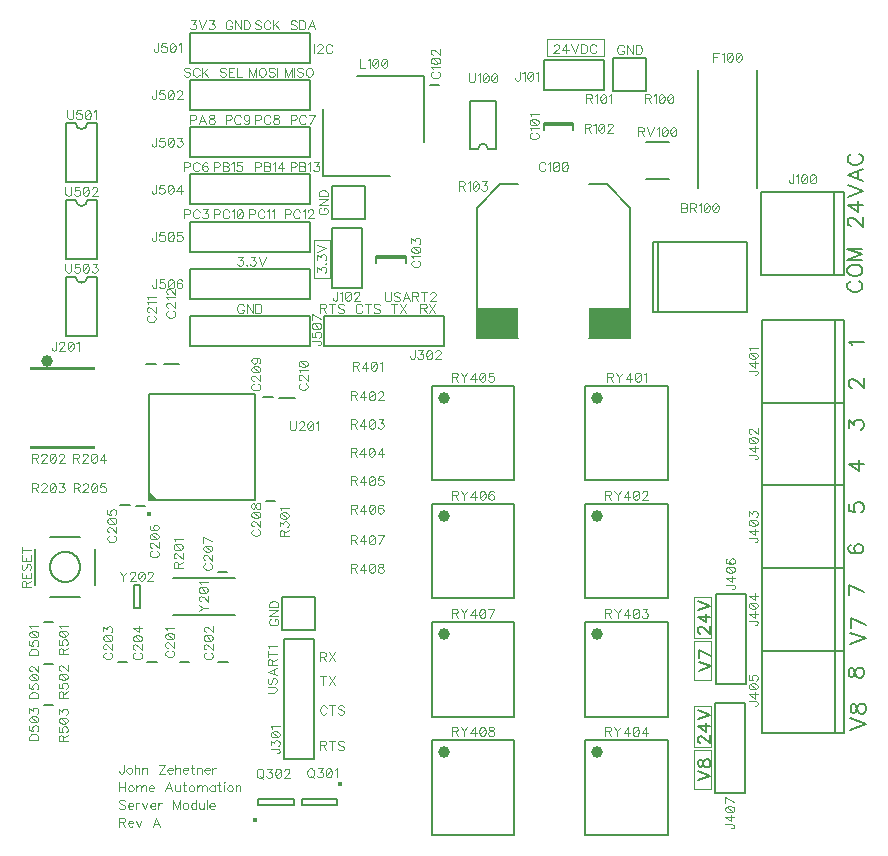
<source format=gto>
G04 DipTrace 2.4.0.2*
%INTopSilk.GTO*%
%MOMM*%
%ADD10C,0.15*%
%ADD14C,1.0*%
%ADD21C,0.033*%
%ADD22C,0.2*%
%ADD36O,0.391X0.392*%
%ADD43C,0.399*%
%ADD101C,0.118*%
%ADD102C,0.196*%
%ADD103C,0.157*%
%FSLAX53Y53*%
G04*
G71*
G90*
G75*
G01*
%LNTopSilk*%
%LPD*%
X62150Y45080D2*
D10*
X54150D1*
Y51080D1*
X62150D1*
Y45080D1*
X54650D2*
Y51080D1*
X39250Y42950D2*
Y53949D1*
X41249Y55950D2*
X42750D1*
X39250Y42950D2*
X42750D1*
X48750D2*
X52250D1*
Y53949D1*
X50251Y55950D2*
X48750D1*
G36*
X39250Y44450D2*
X43751D1*
D1*
X39250D1*
G37*
G36*
Y42950D2*
X42750D1*
Y45449D1*
X39250D1*
Y42950D1*
G37*
G36*
X48750D2*
X52250D1*
Y45449D1*
X48750D1*
Y42950D1*
G37*
X39250Y53949D2*
D10*
X41249Y55950D1*
X50251D2*
X52250Y53949D1*
X44950Y60910D2*
X47450D1*
X44950Y61099D2*
X47450D1*
X44950D2*
Y60501D1*
X47450Y61099D2*
Y60501D1*
X35300Y64349D2*
X36100D1*
X30750Y49660D2*
X33250D1*
X30750Y49849D2*
X33250D1*
X30750D2*
Y49251D1*
X33250Y49849D2*
Y49251D1*
X14918Y15519D2*
X14118D1*
X18168D2*
X17368D1*
X9668D2*
X8868D1*
X12168D2*
X11368D1*
X9100Y28734D2*
X9900D1*
X10393Y28716D2*
X11193D1*
X18120Y23081D2*
X17320D1*
X21400Y29149D2*
X22200D1*
X23849Y37850D2*
X22550D1*
X22000Y37951D2*
X21200D1*
X12100Y40751D2*
X11300D1*
X14050Y40750D2*
X12751D1*
X2600Y18850D2*
X3400D1*
X2600Y15350D2*
X3400D1*
X2600Y11800D2*
X3400D1*
X58000Y55640D2*
Y65640D1*
X63000Y55640D2*
Y65640D1*
X63350Y48250D2*
D22*
Y55250D1*
X69550D1*
X70350D1*
Y48250D1*
X69550D1*
X63350D1*
X69550Y55250D2*
Y48250D1*
X50010Y63930D2*
D10*
Y66470D1*
X44930Y63930D2*
X50010D1*
X44930D2*
Y66470D1*
X50010D1*
X29520Y52260D2*
X26980D1*
X29520Y47180D2*
Y52260D1*
Y47180D2*
X26980D1*
Y52260D1*
G36*
X6921Y40494D2*
X1421D1*
Y40244D1*
X6921D1*
Y40494D1*
G37*
D14*
X2921Y40994D3*
G36*
X6921Y33743D2*
X1421D1*
Y33494D1*
X6921D1*
Y33743D1*
G37*
X22930Y7310D2*
D10*
X25470D1*
X22930Y17470D2*
Y7310D1*
X25470Y17470D2*
Y7310D1*
X22930Y17470D2*
X25470D1*
X26360Y44770D2*
Y42230D1*
X36520Y44770D2*
X26360D1*
X36520Y42230D2*
X26360D1*
X36520Y44770D2*
Y42230D1*
X63400Y37450D2*
D22*
Y44450D1*
X69600D1*
X70400D1*
Y37450D1*
X69600D1*
X63400D1*
X69600Y44450D2*
Y37450D1*
X63400Y30450D2*
Y37450D1*
X69600D1*
X70400D1*
Y30450D1*
X69600D1*
X63400D1*
X69600Y37450D2*
Y30450D1*
X63400Y23450D2*
Y30450D1*
X69600D1*
X70400D1*
Y23450D1*
X69600D1*
X63400D1*
X69600Y30450D2*
Y23450D1*
X63400Y16450D2*
Y23450D1*
X69600D1*
X70400D1*
Y16450D1*
X69600D1*
X63400D1*
X69600Y23450D2*
Y16450D1*
X63400Y9450D2*
Y16450D1*
X69600D1*
X70400D1*
Y9450D1*
X69600D1*
X63400D1*
X69600Y16450D2*
Y9450D1*
X59480Y21270D2*
D10*
X62020D1*
Y13650D1*
X59480D2*
X62020D1*
X59480Y21270D2*
Y13650D1*
X59419Y12019D2*
X61959D1*
Y4399D1*
X59419D2*
X61959D1*
X59419Y12019D2*
Y4399D1*
X25140Y66230D2*
Y68770D1*
X14980Y66230D2*
X25140D1*
X14980Y68770D2*
X25140D1*
X14980Y66230D2*
Y68770D1*
X25140Y62230D2*
Y64770D1*
X14980Y62230D2*
X25140D1*
X14980Y64770D2*
X25140D1*
X14980Y62230D2*
Y64770D1*
X25140Y58230D2*
Y60770D1*
X14980Y58230D2*
X25140D1*
X14980Y60770D2*
X25140D1*
X14980Y58230D2*
Y60770D1*
X25140Y54230D2*
Y56770D1*
X14980Y54230D2*
X25140D1*
X14980Y56770D2*
X25140D1*
X14980Y54230D2*
Y56770D1*
X25140Y50230D2*
Y52770D1*
X14980Y50230D2*
X25140D1*
X14980Y52770D2*
X25140D1*
X14980Y50230D2*
Y52770D1*
X25140Y46230D2*
Y48770D1*
X14980Y46230D2*
X25140D1*
X14980Y48770D2*
X25140D1*
X14980Y46230D2*
Y48770D1*
X25140Y42230D2*
Y44770D1*
X14980Y42230D2*
X25140D1*
X14980Y44770D2*
X25140D1*
X14980Y42230D2*
Y44770D1*
X26274Y62297D2*
Y56641D1*
X31931D1*
X34759Y59469D2*
Y65126D1*
X29103D1*
D36*
X27684Y5174D3*
X27450Y3900D2*
D10*
X24450D1*
Y3400D1*
X27450D1*
Y3900D1*
D36*
X20516Y2126D3*
X20750Y3400D2*
D10*
X23750D1*
Y3900D1*
X20750D1*
Y3400D1*
X53598Y56350D2*
X55502D1*
X53598Y59550D2*
X55502D1*
X55450Y38860D2*
X48450D1*
Y30860D1*
X55450D1*
Y38860D1*
D14*
X49450Y37860D3*
X55450Y28860D2*
D10*
X48450D1*
Y20860D1*
X55450D1*
Y28860D1*
D14*
X49450Y27860D3*
X55450Y18860D2*
D10*
X48450D1*
Y10860D1*
X55450D1*
Y18860D1*
D14*
X49450Y17860D3*
X55450Y8860D2*
D10*
X48450D1*
Y860D1*
X55450D1*
Y8860D1*
D14*
X49450Y7860D3*
X42450Y38860D2*
D10*
X35450D1*
Y30860D1*
X42450D1*
Y38860D1*
D14*
X36450Y37860D3*
X42450Y28860D2*
D10*
X35450D1*
Y20860D1*
X42450D1*
Y28860D1*
D14*
X36450Y27860D3*
X42450Y18860D2*
D10*
X35450D1*
Y10860D1*
X42450D1*
Y18860D1*
D14*
X36450Y17860D3*
X42450Y8860D2*
D10*
X35450D1*
Y860D1*
X42450D1*
Y8860D1*
D14*
X36450Y7860D3*
X5645Y21000D2*
D22*
X3135D1*
X1865Y22000D2*
Y25080D1*
X3165Y26080D2*
X5645D1*
X6945Y25080D2*
Y22000D1*
X3135Y23540D2*
X3138Y23629D1*
X3147Y23717D1*
X3163Y23804D1*
X3184Y23890D1*
X3212Y23974D1*
X3245Y24057D1*
X3284Y24136D1*
X3328Y24213D1*
X3378Y24286D1*
X3432Y24356D1*
X3491Y24422D1*
X3555Y24484D1*
X3623Y24541D1*
X3695Y24593D1*
X3770Y24640D1*
X3848Y24681D1*
X3929Y24717D1*
X4013Y24748D1*
X4098Y24772D1*
X4184Y24791D1*
X4272Y24803D1*
X4361Y24809D1*
X4449D1*
X4538Y24803D1*
X4626Y24791D1*
X4712Y24772D1*
X4797Y24748D1*
X4881Y24717D1*
X4962Y24681D1*
X5040Y24640D1*
X5115Y24593D1*
X5187Y24541D1*
X5255Y24484D1*
X5319Y24422D1*
X5378Y24356D1*
X5432Y24286D1*
X5482Y24213D1*
X5526Y24136D1*
X5565Y24057D1*
X5598Y23974D1*
X5626Y23890D1*
X5647Y23804D1*
X5663Y23717D1*
X5672Y23629D1*
X5675Y23540D1*
X5672Y23451D1*
X5663Y23363D1*
X5647Y23276D1*
X5626Y23190D1*
X5598Y23106D1*
X5565Y23023D1*
X5526Y22944D1*
X5482Y22867D1*
X5432Y22794D1*
X5378Y22724D1*
X5319Y22658D1*
X5255Y22596D1*
X5187Y22539D1*
X5115Y22487D1*
X5040Y22440D1*
X4962Y22399D1*
X4881Y22363D1*
X4797Y22332D1*
X4712Y22308D1*
X4626Y22289D1*
X4538Y22277D1*
X4449Y22271D1*
X4361D1*
X4272Y22277D1*
X4184Y22289D1*
X4098Y22308D1*
X4013Y22332D1*
X3929Y22363D1*
X3848Y22399D1*
X3770Y22440D1*
X3695Y22487D1*
X3623Y22539D1*
X3555Y22596D1*
X3491Y22658D1*
X3432Y22724D1*
X3378Y22794D1*
X3328Y22867D1*
X3284Y22944D1*
X3245Y23023D1*
X3212Y23106D1*
X3184Y23190D1*
X3163Y23276D1*
X3147Y23363D1*
X3138Y23451D1*
X3135Y23540D1*
X29800Y52999D2*
D10*
X27000D1*
Y55800D2*
Y52999D1*
X29800Y55800D2*
X27000D1*
X29800D2*
Y52999D1*
X22800Y21001D2*
X25600D1*
Y18200D2*
Y21001D1*
X22800Y18200D2*
X25600D1*
X22800D2*
Y21001D1*
X50799Y63800D2*
Y66600D1*
X53600D2*
X50799D1*
X53600Y63800D2*
Y66600D1*
Y63800D2*
X50799D1*
X40900Y58950D2*
Y62950D1*
X38700D2*
Y58950D1*
X40900Y62950D2*
X38700D1*
X40900Y58950D2*
X40200D1*
X39400D2*
X38700D1*
X40200D2*
G03X39400Y58950I-400J0D01*
G01*
X11499Y29199D2*
X20501D1*
Y38201D1*
X11499D1*
Y29199D1*
G36*
D2*
X12300D1*
X11499Y30000D1*
Y29199D1*
G37*
D43*
X11549Y28000D3*
X4500Y61095D2*
D10*
Y56095D1*
X7100Y61095D2*
Y56095D1*
X4500D2*
X7100D1*
X5300Y61095D2*
X4500D1*
X6300D2*
X7100D1*
X5300D2*
G03X6300Y61095I500J0D01*
G01*
X4500Y54595D2*
Y49595D1*
X7100Y54595D2*
Y49595D1*
X4500D2*
X7100D1*
X5300Y54595D2*
X4500D1*
X6300D2*
X7100D1*
X5300D2*
G03X6300Y54595I500J0D01*
G01*
X4500Y48095D2*
Y43095D1*
X7100Y48095D2*
Y43095D1*
X4500D2*
X7100D1*
X5300Y48095D2*
X4500D1*
X6300D2*
X7100D1*
X5300D2*
G03X6300Y48095I500J0D01*
G01*
X18770Y19429D2*
X13570D1*
X18770Y22629D2*
X13570D1*
X10720Y20029D2*
X10220D1*
Y22029D1*
X10720D1*
Y20029D1*
X45250Y68250D2*
D21*
X50000D1*
Y66750D1*
X45250D1*
Y68250D1*
X25500Y51250D2*
X26875D1*
Y48000D1*
X25500D1*
Y51250D1*
X57625Y21000D2*
X59125D1*
Y17500D1*
X57625D1*
Y21000D1*
Y17250D2*
X59125D1*
Y14000D1*
X57625D1*
Y17250D1*
Y11750D2*
X59125D1*
Y8250D1*
X57625D1*
Y11750D1*
Y8000D2*
X59125D1*
Y4750D1*
X57625D1*
Y8000D1*
X56567Y54326D2*
D101*
Y53560D1*
X56896D1*
X57005Y53597D1*
X57041Y53634D1*
X57078Y53706D1*
Y53815D1*
X57041Y53889D1*
X57005Y53925D1*
X56896Y53961D1*
X57005Y53998D1*
X57041Y54034D1*
X57078Y54107D1*
Y54180D1*
X57041Y54253D1*
X57005Y54290D1*
X56896Y54326D1*
X56567D1*
Y53961D2*
X56896D1*
X57313D2*
X57641D1*
X57750Y53998D1*
X57787Y54034D1*
X57823Y54107D1*
Y54180D1*
X57787Y54253D1*
X57750Y54290D1*
X57641Y54326D1*
X57313D1*
Y53560D1*
X57568Y53961D2*
X57823Y53560D1*
X58059Y54179D2*
X58132Y54216D1*
X58241Y54325D1*
Y53560D1*
X58696Y54325D2*
X58586Y54289D1*
X58513Y54179D1*
X58477Y53997D1*
Y53888D1*
X58513Y53706D1*
X58586Y53596D1*
X58696Y53560D1*
X58768D1*
X58878Y53596D1*
X58950Y53706D1*
X58987Y53888D1*
Y53997D1*
X58950Y54179D1*
X58878Y54289D1*
X58768Y54325D1*
X58696D1*
X58950Y54179D2*
X58513Y53706D1*
X59441Y54325D2*
X59332Y54289D1*
X59259Y54179D1*
X59222Y53997D1*
Y53888D1*
X59259Y53706D1*
X59332Y53596D1*
X59441Y53560D1*
X59514D1*
X59623Y53596D1*
X59696Y53706D1*
X59733Y53888D1*
Y53997D1*
X59696Y54179D1*
X59623Y54289D1*
X59514Y54325D1*
X59441D1*
X59696Y54179D2*
X59259Y53706D1*
X45069Y57634D2*
X45032Y57706D1*
X44959Y57780D1*
X44887Y57816D1*
X44741D1*
X44668Y57780D1*
X44595Y57706D1*
X44558Y57634D1*
X44522Y57524D1*
Y57342D1*
X44558Y57233D1*
X44595Y57160D1*
X44668Y57087D1*
X44741Y57050D1*
X44887D1*
X44959Y57087D1*
X45032Y57160D1*
X45069Y57233D1*
X45304Y57669D2*
X45377Y57706D1*
X45487Y57815D1*
Y57050D1*
X45941Y57815D2*
X45831Y57779D1*
X45758Y57669D1*
X45722Y57487D1*
Y57378D1*
X45758Y57196D1*
X45831Y57086D1*
X45941Y57050D1*
X46013D1*
X46123Y57086D1*
X46195Y57196D1*
X46232Y57378D1*
Y57487D1*
X46195Y57669D1*
X46123Y57779D1*
X46013Y57815D1*
X45941D1*
X46195Y57669D2*
X45758Y57196D1*
X46687Y57815D2*
X46577Y57779D1*
X46504Y57669D1*
X46468Y57487D1*
Y57378D1*
X46504Y57196D1*
X46577Y57086D1*
X46687Y57050D1*
X46759D1*
X46869Y57086D1*
X46941Y57196D1*
X46978Y57378D1*
Y57487D1*
X46941Y57669D1*
X46869Y57779D1*
X46759Y57815D1*
X46687D1*
X46941Y57669D2*
X46504Y57196D1*
X43916Y60282D2*
X43844Y60246D1*
X43770Y60173D1*
X43734Y60100D1*
Y59955D1*
X43770Y59881D1*
X43844Y59809D1*
X43916Y59772D1*
X44026Y59736D1*
X44208D1*
X44317Y59772D1*
X44390Y59809D1*
X44463Y59881D1*
X44500Y59955D1*
Y60100D1*
X44463Y60173D1*
X44390Y60246D1*
X44317Y60282D1*
X43881Y60518D2*
X43844Y60591D1*
X43735Y60700D1*
X44500D1*
X43735Y61155D2*
X43771Y61045D1*
X43881Y60972D1*
X44063Y60936D1*
X44172D1*
X44354Y60972D1*
X44464Y61045D1*
X44500Y61155D1*
Y61227D1*
X44464Y61337D1*
X44354Y61409D1*
X44172Y61446D1*
X44063D1*
X43881Y61409D1*
X43771Y61337D1*
X43735Y61227D1*
Y61155D1*
X43881Y61409D2*
X44354Y60972D1*
X43881Y61681D2*
X43844Y61755D1*
X43735Y61864D1*
X44500D1*
X35566Y65468D2*
X35494Y65432D1*
X35420Y65358D1*
X35384Y65286D1*
Y65140D1*
X35420Y65067D1*
X35494Y64995D1*
X35566Y64957D1*
X35676Y64921D1*
X35858D1*
X35967Y64957D1*
X36040Y64995D1*
X36113Y65067D1*
X36150Y65140D1*
Y65286D1*
X36113Y65358D1*
X36040Y65432D1*
X35967Y65468D1*
X35531Y65703D2*
X35494Y65777D1*
X35385Y65886D1*
X36150D1*
X35385Y66340D2*
X35421Y66231D1*
X35531Y66158D1*
X35713Y66121D1*
X35822D1*
X36004Y66158D1*
X36114Y66231D1*
X36150Y66340D1*
Y66413D1*
X36114Y66522D1*
X36004Y66595D1*
X35822Y66632D1*
X35713D1*
X35531Y66595D1*
X35421Y66522D1*
X35385Y66413D1*
Y66340D1*
X35531Y66595D2*
X36004Y66158D1*
X35567Y66904D2*
X35531D1*
X35457Y66940D1*
X35421Y66977D1*
X35385Y67050D1*
Y67196D1*
X35421Y67268D1*
X35457Y67304D1*
X35531Y67341D1*
X35603D1*
X35676Y67304D1*
X35785Y67232D1*
X36150Y66867D1*
Y67377D1*
X33913Y49468D2*
X33840Y49432D1*
X33767Y49359D1*
X33731Y49286D1*
Y49140D1*
X33767Y49067D1*
X33840Y48995D1*
X33913Y48958D1*
X34022Y48921D1*
X34205D1*
X34314Y48958D1*
X34387Y48995D1*
X34460Y49067D1*
X34497Y49140D1*
Y49286D1*
X34460Y49359D1*
X34387Y49432D1*
X34314Y49468D1*
X33878Y49703D2*
X33840Y49777D1*
X33732Y49886D1*
X34497D1*
X33732Y50340D2*
X33768Y50231D1*
X33878Y50158D1*
X34059Y50121D1*
X34169D1*
X34351Y50158D1*
X34460Y50231D1*
X34497Y50340D1*
Y50413D1*
X34460Y50522D1*
X34351Y50595D1*
X34169Y50632D1*
X34059D1*
X33878Y50595D1*
X33768Y50522D1*
X33732Y50413D1*
Y50340D1*
X33878Y50595D2*
X34351Y50158D1*
X33732Y50941D2*
Y51341D1*
X34023Y51122D1*
Y51232D1*
X34059Y51304D1*
X34096Y51341D1*
X34205Y51378D1*
X34278D1*
X34387Y51341D1*
X34460Y51268D1*
X34497Y51159D1*
Y51049D1*
X34460Y50941D1*
X34423Y50904D1*
X34351Y50867D1*
X13084Y16437D2*
X13012Y16401D1*
X12938Y16328D1*
X12902Y16255D1*
Y16110D1*
X12938Y16036D1*
X13012Y15964D1*
X13084Y15927D1*
X13194Y15891D1*
X13376D1*
X13485Y15927D1*
X13558Y15964D1*
X13631Y16036D1*
X13668Y16110D1*
Y16255D1*
X13631Y16328D1*
X13558Y16401D1*
X13485Y16437D1*
X13085Y16710D2*
X13049D1*
X12975Y16746D1*
X12939Y16782D1*
X12903Y16855D1*
Y17001D1*
X12939Y17074D1*
X12975Y17110D1*
X13049Y17147D1*
X13121D1*
X13194Y17110D1*
X13303Y17037D1*
X13668Y16673D1*
Y17183D1*
X12903Y17637D2*
X12939Y17528D1*
X13049Y17455D1*
X13231Y17418D1*
X13340D1*
X13522Y17455D1*
X13632Y17528D1*
X13668Y17637D1*
Y17710D1*
X13632Y17819D1*
X13522Y17892D1*
X13340Y17929D1*
X13231D1*
X13049Y17892D1*
X12939Y17819D1*
X12903Y17710D1*
Y17637D1*
X13049Y17892D2*
X13522Y17455D1*
X13049Y18164D2*
X13012Y18237D1*
X12903Y18347D1*
X13668D1*
X16334Y16274D2*
X16262Y16237D1*
X16188Y16164D1*
X16152Y16092D1*
Y15946D1*
X16188Y15873D1*
X16262Y15800D1*
X16334Y15763D1*
X16444Y15727D1*
X16626D1*
X16735Y15763D1*
X16808Y15800D1*
X16881Y15873D1*
X16918Y15946D1*
Y16092D1*
X16881Y16164D1*
X16808Y16237D1*
X16735Y16274D1*
X16335Y16546D2*
X16299D1*
X16225Y16582D1*
X16189Y16618D1*
X16153Y16692D1*
Y16837D1*
X16189Y16910D1*
X16225Y16946D1*
X16299Y16983D1*
X16371D1*
X16444Y16946D1*
X16553Y16874D1*
X16918Y16509D1*
Y17019D1*
X16153Y17474D2*
X16189Y17364D1*
X16299Y17291D1*
X16481Y17255D1*
X16590D1*
X16772Y17291D1*
X16882Y17364D1*
X16918Y17474D1*
Y17546D1*
X16882Y17656D1*
X16772Y17728D1*
X16590Y17765D1*
X16481D1*
X16299Y17728D1*
X16189Y17656D1*
X16153Y17546D1*
Y17474D1*
X16299Y17728D2*
X16772Y17291D1*
X16335Y18037D2*
X16299D1*
X16225Y18074D1*
X16189Y18110D1*
X16153Y18183D1*
Y18329D1*
X16189Y18401D1*
X16225Y18437D1*
X16299Y18475D1*
X16371D1*
X16444Y18437D1*
X16553Y18365D1*
X16918Y18000D1*
Y18511D1*
X7834Y16274D2*
X7762Y16237D1*
X7688Y16164D1*
X7652Y16092D1*
Y15946D1*
X7688Y15873D1*
X7762Y15800D1*
X7834Y15763D1*
X7944Y15727D1*
X8126D1*
X8235Y15763D1*
X8308Y15800D1*
X8381Y15873D1*
X8418Y15946D1*
Y16092D1*
X8381Y16164D1*
X8308Y16237D1*
X8235Y16274D1*
X7835Y16546D2*
X7799D1*
X7725Y16582D1*
X7689Y16618D1*
X7653Y16692D1*
Y16837D1*
X7689Y16910D1*
X7725Y16946D1*
X7799Y16983D1*
X7871D1*
X7944Y16946D1*
X8053Y16874D1*
X8418Y16509D1*
Y17019D1*
X7653Y17474D2*
X7689Y17364D1*
X7799Y17291D1*
X7981Y17255D1*
X8090D1*
X8272Y17291D1*
X8382Y17364D1*
X8418Y17474D1*
Y17546D1*
X8382Y17656D1*
X8272Y17728D1*
X8090Y17765D1*
X7981D1*
X7799Y17728D1*
X7689Y17656D1*
X7653Y17546D1*
Y17474D1*
X7799Y17728D2*
X8272Y17291D1*
X7653Y18074D2*
Y18474D1*
X7944Y18256D1*
Y18365D1*
X7981Y18437D1*
X8017Y18474D1*
X8126Y18511D1*
X8199D1*
X8308Y18474D1*
X8382Y18401D1*
X8418Y18292D1*
Y18182D1*
X8382Y18074D1*
X8344Y18037D1*
X8272Y18000D1*
X10334Y16255D2*
X10262Y16219D1*
X10188Y16146D1*
X10152Y16074D1*
Y15928D1*
X10188Y15855D1*
X10262Y15782D1*
X10334Y15745D1*
X10444Y15709D1*
X10626D1*
X10735Y15745D1*
X10808Y15782D1*
X10881Y15855D1*
X10918Y15928D1*
Y16074D1*
X10881Y16146D1*
X10808Y16219D1*
X10735Y16255D1*
X10335Y16528D2*
X10299D1*
X10225Y16564D1*
X10189Y16600D1*
X10153Y16674D1*
Y16819D1*
X10189Y16892D1*
X10225Y16928D1*
X10299Y16965D1*
X10371D1*
X10444Y16928D1*
X10553Y16855D1*
X10918Y16491D1*
Y17001D1*
X10153Y17455D2*
X10189Y17346D1*
X10299Y17273D1*
X10481Y17236D1*
X10590D1*
X10772Y17273D1*
X10882Y17346D1*
X10918Y17455D1*
Y17528D1*
X10882Y17637D1*
X10772Y17710D1*
X10590Y17747D1*
X10481D1*
X10299Y17710D1*
X10189Y17637D1*
X10153Y17528D1*
Y17455D1*
X10299Y17710D2*
X10772Y17273D1*
X10918Y18347D2*
X10153D1*
X10663Y17982D1*
Y18529D1*
X8166Y26190D2*
X8094Y26153D1*
X8020Y26080D1*
X7984Y26008D1*
Y25862D1*
X8020Y25789D1*
X8094Y25716D1*
X8166Y25679D1*
X8276Y25643D1*
X8458D1*
X8567Y25679D1*
X8640Y25716D1*
X8713Y25789D1*
X8750Y25862D1*
Y26008D1*
X8713Y26080D1*
X8640Y26153D1*
X8567Y26190D1*
X8167Y26462D2*
X8131D1*
X8057Y26498D1*
X8021Y26534D1*
X7985Y26608D1*
Y26753D1*
X8021Y26826D1*
X8057Y26862D1*
X8131Y26899D1*
X8203D1*
X8276Y26862D1*
X8385Y26790D1*
X8750Y26425D1*
Y26935D1*
X7985Y27390D2*
X8021Y27280D1*
X8131Y27207D1*
X8313Y27171D1*
X8422D1*
X8604Y27207D1*
X8714Y27280D1*
X8750Y27390D1*
Y27462D1*
X8714Y27572D1*
X8604Y27644D1*
X8422Y27681D1*
X8313D1*
X8131Y27644D1*
X8021Y27572D1*
X7985Y27462D1*
Y27390D1*
X8131Y27644D2*
X8604Y27207D1*
X7985Y28354D2*
Y27990D1*
X8313Y27954D1*
X8276Y27990D1*
X8239Y28099D1*
Y28208D1*
X8276Y28317D1*
X8349Y28391D1*
X8458Y28427D1*
X8531D1*
X8640Y28391D1*
X8714Y28317D1*
X8750Y28208D1*
Y28099D1*
X8714Y27990D1*
X8676Y27954D1*
X8604Y27916D1*
X11759Y24890D2*
X11687Y24854D1*
X11613Y24780D1*
X11577Y24708D1*
Y24562D1*
X11613Y24489D1*
X11687Y24416D1*
X11759Y24379D1*
X11869Y24343D1*
X12051D1*
X12160Y24379D1*
X12233Y24416D1*
X12306Y24489D1*
X12343Y24562D1*
Y24708D1*
X12306Y24780D1*
X12233Y24854D1*
X12160Y24890D1*
X11760Y25162D2*
X11724D1*
X11650Y25198D1*
X11614Y25235D1*
X11578Y25308D1*
Y25454D1*
X11614Y25526D1*
X11650Y25562D1*
X11724Y25599D1*
X11796D1*
X11869Y25562D1*
X11978Y25490D1*
X12343Y25125D1*
Y25636D1*
X11578Y26090D2*
X11614Y25980D1*
X11724Y25907D1*
X11906Y25871D1*
X12015D1*
X12197Y25907D1*
X12307Y25980D1*
X12343Y26090D1*
Y26162D1*
X12307Y26272D1*
X12197Y26344D1*
X12015Y26381D1*
X11906D1*
X11724Y26344D1*
X11614Y26272D1*
X11578Y26162D1*
Y26090D1*
X11724Y26344D2*
X12197Y25907D1*
X11687Y27054D2*
X11614Y27018D1*
X11578Y26908D1*
Y26836D1*
X11614Y26726D1*
X11724Y26653D1*
X11906Y26617D1*
X12088D1*
X12233Y26653D1*
X12307Y26726D1*
X12343Y26836D1*
Y26872D1*
X12307Y26980D1*
X12233Y27054D1*
X12124Y27090D1*
X12088D1*
X11978Y27054D1*
X11906Y26980D1*
X11869Y26872D1*
Y26836D1*
X11906Y26726D1*
X11978Y26653D1*
X12088Y26617D1*
X16286Y23835D2*
X16214Y23799D1*
X16140Y23725D1*
X16104Y23653D1*
Y23507D1*
X16140Y23434D1*
X16214Y23361D1*
X16286Y23324D1*
X16396Y23288D1*
X16578D1*
X16687Y23324D1*
X16760Y23361D1*
X16833Y23434D1*
X16870Y23507D1*
Y23653D1*
X16833Y23725D1*
X16760Y23799D1*
X16687Y23835D1*
X16287Y24107D2*
X16251D1*
X16177Y24143D1*
X16141Y24180D1*
X16105Y24253D1*
Y24399D1*
X16141Y24471D1*
X16177Y24507D1*
X16251Y24544D1*
X16323D1*
X16396Y24507D1*
X16505Y24435D1*
X16870Y24070D1*
Y24581D1*
X16105Y25035D2*
X16141Y24925D1*
X16251Y24852D1*
X16433Y24816D1*
X16542D1*
X16724Y24852D1*
X16834Y24925D1*
X16870Y25035D1*
Y25107D1*
X16834Y25217D1*
X16724Y25289D1*
X16542Y25326D1*
X16433D1*
X16251Y25289D1*
X16141Y25217D1*
X16105Y25107D1*
Y25035D1*
X16251Y25289D2*
X16724Y24852D1*
X16870Y25707D2*
X16105Y26072D1*
Y25562D1*
X20366Y26705D2*
X20294Y26668D1*
X20220Y26595D1*
X20184Y26523D1*
Y26377D1*
X20220Y26304D1*
X20294Y26231D1*
X20366Y26194D1*
X20476Y26158D1*
X20658D1*
X20767Y26194D1*
X20840Y26231D1*
X20913Y26304D1*
X20950Y26377D1*
Y26523D1*
X20913Y26595D1*
X20840Y26668D1*
X20767Y26705D1*
X20367Y26977D2*
X20331D1*
X20257Y27013D1*
X20221Y27049D1*
X20185Y27123D1*
Y27268D1*
X20221Y27341D1*
X20257Y27377D1*
X20331Y27414D1*
X20403D1*
X20476Y27377D1*
X20585Y27305D1*
X20950Y26940D1*
Y27450D1*
X20185Y27905D2*
X20221Y27795D1*
X20331Y27722D1*
X20513Y27686D1*
X20622D1*
X20804Y27722D1*
X20914Y27795D1*
X20950Y27905D1*
Y27977D1*
X20914Y28086D1*
X20804Y28159D1*
X20622Y28196D1*
X20513D1*
X20331Y28159D1*
X20221Y28086D1*
X20185Y27977D1*
Y27905D1*
X20331Y28159D2*
X20804Y27722D1*
X20185Y28613D2*
X20221Y28505D1*
X20294Y28467D1*
X20367D1*
X20439Y28505D1*
X20476Y28577D1*
X20513Y28723D1*
X20549Y28832D1*
X20622Y28905D1*
X20695Y28941D1*
X20804D1*
X20876Y28905D1*
X20914Y28868D1*
X20950Y28759D1*
Y28613D1*
X20914Y28505D1*
X20876Y28467D1*
X20804Y28431D1*
X20695D1*
X20622Y28467D1*
X20549Y28541D1*
X20513Y28649D1*
X20476Y28795D1*
X20439Y28868D1*
X20367Y28905D1*
X20294D1*
X20221Y28868D1*
X20185Y28759D1*
Y28613D1*
X20372Y39025D2*
X20299Y38989D1*
X20226Y38916D1*
X20190Y38844D1*
Y38698D1*
X20226Y38625D1*
X20299Y38552D1*
X20372Y38515D1*
X20481Y38479D1*
X20664D1*
X20773Y38515D1*
X20846Y38552D1*
X20918Y38625D1*
X20955Y38698D1*
Y38844D1*
X20918Y38916D1*
X20846Y38989D1*
X20773Y39025D1*
X20372Y39298D2*
X20336D1*
X20263Y39334D1*
X20227Y39370D1*
X20191Y39444D1*
Y39589D1*
X20227Y39662D1*
X20263Y39698D1*
X20336Y39735D1*
X20409D1*
X20482Y39698D1*
X20591Y39625D1*
X20955Y39261D1*
Y39771D1*
X20191Y40226D2*
X20227Y40116D1*
X20336Y40043D1*
X20518Y40007D1*
X20628D1*
X20810Y40043D1*
X20919Y40116D1*
X20955Y40226D1*
Y40298D1*
X20919Y40407D1*
X20810Y40480D1*
X20628Y40517D1*
X20518D1*
X20336Y40480D1*
X20227Y40407D1*
X20191Y40298D1*
Y40226D1*
X20336Y40480D2*
X20810Y40043D1*
X20445Y41226D2*
X20554Y41189D1*
X20628Y41117D1*
X20664Y41007D1*
Y40971D1*
X20628Y40862D1*
X20554Y40789D1*
X20445Y40752D1*
X20409D1*
X20299Y40789D1*
X20227Y40862D1*
X20191Y40971D1*
Y41007D1*
X20227Y41117D1*
X20299Y41189D1*
X20445Y41226D1*
X20628D1*
X20810Y41189D1*
X20919Y41117D1*
X20955Y41007D1*
Y40935D1*
X20919Y40826D1*
X20846Y40789D1*
X24366Y39069D2*
X24294Y39033D1*
X24220Y38960D1*
X24184Y38887D1*
Y38742D1*
X24220Y38668D1*
X24294Y38596D1*
X24366Y38559D1*
X24476Y38523D1*
X24658D1*
X24767Y38559D1*
X24840Y38596D1*
X24913Y38668D1*
X24950Y38742D1*
Y38887D1*
X24913Y38960D1*
X24840Y39033D1*
X24767Y39069D1*
X24367Y39342D2*
X24331D1*
X24257Y39378D1*
X24221Y39414D1*
X24185Y39487D1*
Y39633D1*
X24221Y39705D1*
X24257Y39742D1*
X24331Y39779D1*
X24403D1*
X24476Y39742D1*
X24585Y39669D1*
X24950Y39304D1*
Y39815D1*
X24331Y40050D2*
X24294Y40124D1*
X24185Y40233D1*
X24950D1*
X24185Y40687D2*
X24221Y40578D1*
X24331Y40505D1*
X24513Y40468D1*
X24622D1*
X24804Y40505D1*
X24914Y40578D1*
X24950Y40687D1*
Y40760D1*
X24914Y40869D1*
X24804Y40942D1*
X24622Y40979D1*
X24513D1*
X24331Y40942D1*
X24221Y40869D1*
X24185Y40760D1*
Y40687D1*
X24331Y40942D2*
X24804Y40505D1*
X11505Y44819D2*
X11432Y44783D1*
X11359Y44710D1*
X11323Y44637D1*
Y44491D1*
X11359Y44418D1*
X11432Y44346D1*
X11505Y44309D1*
X11614Y44272D1*
X11797D1*
X11906Y44309D1*
X11979Y44346D1*
X12051Y44418D1*
X12089Y44491D1*
Y44637D1*
X12051Y44710D1*
X11979Y44783D1*
X11906Y44819D1*
X11506Y45091D2*
X11469D1*
X11396Y45128D1*
X11360Y45164D1*
X11324Y45237D1*
Y45383D1*
X11360Y45455D1*
X11396Y45492D1*
X11469Y45529D1*
X11542D1*
X11615Y45492D1*
X11724Y45419D1*
X12089Y45054D1*
Y45565D1*
X11469Y45800D2*
X11432Y45873D1*
X11324Y45983D1*
X12089D1*
X11469Y46218D2*
X11432Y46291D1*
X11324Y46401D1*
X12089D1*
X13165Y45196D2*
X13092Y45159D1*
X13019Y45086D1*
X12983Y45014D1*
Y44868D1*
X13019Y44795D1*
X13092Y44722D1*
X13165Y44685D1*
X13274Y44649D1*
X13457D1*
X13566Y44685D1*
X13639Y44722D1*
X13711Y44795D1*
X13748Y44868D1*
Y45014D1*
X13711Y45086D1*
X13639Y45159D1*
X13566Y45196D1*
X13165Y45468D2*
X13129D1*
X13056Y45504D1*
X13020Y45540D1*
X12984Y45614D1*
Y45759D1*
X13020Y45832D1*
X13056Y45868D1*
X13129Y45905D1*
X13202D1*
X13275Y45868D1*
X13384Y45796D1*
X13748Y45431D1*
Y45941D1*
X13129Y46177D2*
X13092Y46250D1*
X12984Y46359D1*
X13748D1*
X13165Y46632D2*
X13129D1*
X13056Y46668D1*
X13020Y46704D1*
X12984Y46778D1*
Y46923D1*
X13020Y46996D1*
X13056Y47032D1*
X13129Y47069D1*
X13202D1*
X13275Y47032D1*
X13384Y46959D1*
X13748Y46595D1*
Y47105D1*
X1384Y16090D2*
X2150D1*
Y16345D1*
X2113Y16455D1*
X2040Y16528D1*
X1967Y16564D1*
X1858Y16600D1*
X1676D1*
X1566Y16564D1*
X1494Y16528D1*
X1420Y16455D1*
X1384Y16345D1*
Y16090D1*
X1385Y17273D2*
Y16909D1*
X1713Y16873D1*
X1676Y16909D1*
X1639Y17019D1*
Y17127D1*
X1676Y17237D1*
X1749Y17310D1*
X1858Y17346D1*
X1931D1*
X2040Y17310D1*
X2114Y17237D1*
X2150Y17127D1*
Y17019D1*
X2114Y16909D1*
X2076Y16873D1*
X2004Y16836D1*
X1385Y17800D2*
X1421Y17691D1*
X1531Y17618D1*
X1713Y17581D1*
X1822D1*
X2004Y17618D1*
X2114Y17691D1*
X2150Y17800D1*
Y17873D1*
X2114Y17982D1*
X2004Y18055D1*
X1822Y18092D1*
X1713D1*
X1531Y18055D1*
X1421Y17982D1*
X1385Y17873D1*
Y17800D1*
X1531Y18055D2*
X2004Y17618D1*
X1531Y18327D2*
X1494Y18400D1*
X1385Y18510D1*
X2150D1*
X1384Y12426D2*
X2150D1*
Y12681D1*
X2113Y12791D1*
X2040Y12864D1*
X1967Y12900D1*
X1858Y12937D1*
X1676D1*
X1566Y12900D1*
X1494Y12864D1*
X1420Y12791D1*
X1384Y12681D1*
Y12426D1*
X1385Y13609D2*
Y13245D1*
X1713Y13209D1*
X1676Y13245D1*
X1639Y13355D1*
Y13463D1*
X1676Y13573D1*
X1749Y13646D1*
X1858Y13682D1*
X1931D1*
X2040Y13646D1*
X2114Y13573D1*
X2150Y13463D1*
Y13355D1*
X2114Y13245D1*
X2076Y13209D1*
X2004Y13172D1*
X1385Y14137D2*
X1421Y14027D1*
X1531Y13954D1*
X1713Y13918D1*
X1822D1*
X2004Y13954D1*
X2114Y14027D1*
X2150Y14137D1*
Y14209D1*
X2114Y14319D1*
X2004Y14391D1*
X1822Y14428D1*
X1713D1*
X1531Y14391D1*
X1421Y14319D1*
X1385Y14209D1*
Y14137D1*
X1531Y14391D2*
X2004Y13954D1*
X1567Y14700D2*
X1531D1*
X1457Y14737D1*
X1421Y14773D1*
X1385Y14846D1*
Y14992D1*
X1421Y15064D1*
X1457Y15101D1*
X1531Y15138D1*
X1603D1*
X1676Y15101D1*
X1785Y15028D1*
X2150Y14663D1*
Y15174D1*
X1384Y8876D2*
X2150D1*
Y9131D1*
X2113Y9241D1*
X2040Y9314D1*
X1967Y9350D1*
X1858Y9387D1*
X1676D1*
X1566Y9350D1*
X1494Y9314D1*
X1420Y9241D1*
X1384Y9131D1*
Y8876D1*
X1385Y10059D2*
Y9695D1*
X1713Y9659D1*
X1676Y9695D1*
X1639Y9805D1*
Y9913D1*
X1676Y10023D1*
X1749Y10096D1*
X1858Y10132D1*
X1931D1*
X2040Y10096D1*
X2114Y10023D1*
X2150Y9913D1*
Y9805D1*
X2114Y9695D1*
X2076Y9659D1*
X2004Y9622D1*
X1385Y10587D2*
X1421Y10477D1*
X1531Y10404D1*
X1713Y10368D1*
X1822D1*
X2004Y10404D1*
X2114Y10477D1*
X2150Y10587D1*
Y10659D1*
X2114Y10769D1*
X2004Y10841D1*
X1822Y10878D1*
X1713D1*
X1531Y10841D1*
X1421Y10769D1*
X1385Y10659D1*
Y10587D1*
X1531Y10841D2*
X2004Y10404D1*
X1385Y11187D2*
Y11587D1*
X1676Y11369D1*
Y11478D1*
X1713Y11551D1*
X1749Y11587D1*
X1858Y11624D1*
X1931D1*
X2040Y11587D1*
X2114Y11514D1*
X2150Y11405D1*
Y11295D1*
X2114Y11187D1*
X2076Y11150D1*
X2004Y11113D1*
X59782Y67066D2*
X59308D1*
Y66300D1*
Y66701D2*
X59600D1*
X60018Y66919D2*
X60091Y66956D1*
X60200Y67065D1*
Y66300D1*
X60655Y67065D2*
X60545Y67029D1*
X60472Y66919D1*
X60436Y66737D1*
Y66628D1*
X60472Y66446D1*
X60545Y66336D1*
X60655Y66300D1*
X60727D1*
X60837Y66336D1*
X60909Y66446D1*
X60946Y66628D1*
Y66737D1*
X60909Y66919D1*
X60837Y67029D1*
X60727Y67065D1*
X60655D1*
X60909Y66919D2*
X60472Y66446D1*
X61400Y67065D2*
X61291Y67029D1*
X61218Y66919D1*
X61181Y66737D1*
Y66628D1*
X61218Y66446D1*
X61291Y66336D1*
X61400Y66300D1*
X61473D1*
X61582Y66336D1*
X61655Y66446D1*
X61692Y66628D1*
Y66737D1*
X61655Y66919D1*
X61582Y67029D1*
X61473Y67065D1*
X61400D1*
X61655Y66919D2*
X61218Y66446D1*
X66078Y56766D2*
Y56183D1*
X66041Y56074D1*
X66004Y56037D1*
X65932Y56000D1*
X65859D1*
X65786Y56037D1*
X65750Y56074D1*
X65713Y56183D1*
Y56255D1*
X66313Y56619D2*
X66386Y56656D1*
X66496Y56765D1*
Y56000D1*
X66950Y56765D2*
X66840Y56729D1*
X66767Y56619D1*
X66731Y56437D1*
Y56328D1*
X66767Y56146D1*
X66840Y56036D1*
X66950Y56000D1*
X67022D1*
X67132Y56036D1*
X67204Y56146D1*
X67241Y56328D1*
Y56437D1*
X67204Y56619D1*
X67132Y56729D1*
X67022Y56765D1*
X66950D1*
X67204Y56619D2*
X66767Y56146D1*
X67696Y56765D2*
X67586Y56729D1*
X67513Y56619D1*
X67477Y56437D1*
Y56328D1*
X67513Y56146D1*
X67586Y56036D1*
X67696Y56000D1*
X67768D1*
X67878Y56036D1*
X67950Y56146D1*
X67987Y56328D1*
Y56437D1*
X67950Y56619D1*
X67878Y56729D1*
X67768Y56765D1*
X67696D1*
X67950Y56619D2*
X67513Y56146D1*
X42893Y65457D2*
Y64875D1*
X42857Y64765D1*
X42820Y64729D1*
X42747Y64692D1*
X42674D1*
X42602Y64729D1*
X42566Y64765D1*
X42528Y64875D1*
Y64947D1*
X43129Y65311D2*
X43202Y65348D1*
X43311Y65457D1*
Y64692D1*
X43766Y65457D2*
X43656Y65420D1*
X43583Y65311D1*
X43547Y65129D1*
Y65019D1*
X43583Y64837D1*
X43656Y64728D1*
X43766Y64692D1*
X43838D1*
X43948Y64728D1*
X44020Y64837D1*
X44057Y65019D1*
Y65129D1*
X44020Y65311D1*
X43948Y65420D1*
X43838Y65457D1*
X43766D1*
X44020Y65311D2*
X43583Y64837D1*
X44292Y65311D2*
X44366Y65348D1*
X44475Y65457D1*
Y64692D1*
X27458Y46836D2*
Y46253D1*
X27421Y46144D1*
X27384Y46107D1*
X27312Y46070D1*
X27239D1*
X27166Y46107D1*
X27130Y46144D1*
X27093Y46253D1*
Y46325D1*
X27693Y46689D2*
X27766Y46726D1*
X27876Y46835D1*
Y46070D1*
X28330Y46835D2*
X28220Y46799D1*
X28147Y46689D1*
X28111Y46507D1*
Y46398D1*
X28147Y46216D1*
X28220Y46106D1*
X28330Y46070D1*
X28402D1*
X28512Y46106D1*
X28584Y46216D1*
X28621Y46398D1*
Y46507D1*
X28584Y46689D1*
X28512Y46799D1*
X28402Y46835D1*
X28330D1*
X28584Y46689D2*
X28147Y46216D1*
X28894Y46653D2*
Y46689D1*
X28930Y46763D1*
X28966Y46799D1*
X29039Y46835D1*
X29185D1*
X29258Y46799D1*
X29294Y46763D1*
X29331Y46689D1*
Y46617D1*
X29294Y46544D1*
X29221Y46435D1*
X28857Y46070D1*
X29367D1*
X3649Y42610D2*
Y42027D1*
X3612Y41917D1*
X3575Y41881D1*
X3503Y41844D1*
X3430D1*
X3357Y41881D1*
X3321Y41917D1*
X3284Y42027D1*
Y42099D1*
X3921Y42427D2*
Y42463D1*
X3957Y42536D1*
X3993Y42573D1*
X4067Y42609D1*
X4212D1*
X4285Y42573D1*
X4321Y42536D1*
X4358Y42463D1*
Y42391D1*
X4321Y42317D1*
X4249Y42209D1*
X3884Y41844D1*
X4394D1*
X4849Y42609D2*
X4739Y42573D1*
X4666Y42463D1*
X4630Y42281D1*
Y42172D1*
X4666Y41990D1*
X4739Y41880D1*
X4849Y41844D1*
X4921D1*
X5031Y41880D1*
X5103Y41990D1*
X5140Y42172D1*
Y42281D1*
X5103Y42463D1*
X5031Y42573D1*
X4921Y42609D1*
X4849D1*
X5103Y42463D2*
X4666Y41990D1*
X5375Y42463D2*
X5449Y42500D1*
X5558Y42609D1*
Y41844D1*
X21814Y8118D2*
X22397D1*
X22506Y8081D1*
X22543Y8044D1*
X22580Y7972D1*
Y7899D1*
X22543Y7826D1*
X22506Y7790D1*
X22397Y7753D1*
X22325D1*
X21815Y8426D2*
Y8826D1*
X22106Y8608D1*
Y8718D1*
X22143Y8790D1*
X22179Y8826D1*
X22288Y8863D1*
X22361D1*
X22470Y8826D1*
X22544Y8754D1*
X22580Y8644D1*
Y8535D1*
X22544Y8426D1*
X22506Y8390D1*
X22434Y8353D1*
X21815Y9318D2*
X21851Y9208D1*
X21961Y9135D1*
X22143Y9099D1*
X22252D1*
X22434Y9135D1*
X22544Y9208D1*
X22580Y9318D1*
Y9390D1*
X22544Y9500D1*
X22434Y9572D1*
X22252Y9609D1*
X22143D1*
X21961Y9572D1*
X21851Y9500D1*
X21815Y9390D1*
Y9318D1*
X21961Y9572D2*
X22434Y9135D1*
X21961Y9844D2*
X21924Y9918D1*
X21815Y10027D1*
X22580D1*
X34004Y41886D2*
Y41303D1*
X33968Y41194D1*
X33930Y41157D1*
X33858Y41120D1*
X33785D1*
X33712Y41157D1*
X33676Y41194D1*
X33639Y41303D1*
Y41375D1*
X34312Y41885D2*
X34712D1*
X34494Y41594D1*
X34604D1*
X34676Y41557D1*
X34712Y41521D1*
X34749Y41412D1*
Y41339D1*
X34712Y41230D1*
X34640Y41156D1*
X34530Y41120D1*
X34421D1*
X34312Y41156D1*
X34276Y41194D1*
X34239Y41266D1*
X35204Y41885D2*
X35094Y41849D1*
X35021Y41739D1*
X34985Y41557D1*
Y41448D1*
X35021Y41266D1*
X35094Y41156D1*
X35204Y41120D1*
X35276D1*
X35386Y41156D1*
X35458Y41266D1*
X35495Y41448D1*
Y41557D1*
X35458Y41739D1*
X35386Y41849D1*
X35276Y41885D1*
X35204D1*
X35458Y41739D2*
X35021Y41266D1*
X35768Y41703D2*
Y41739D1*
X35804Y41813D1*
X35840Y41849D1*
X35913Y41885D1*
X36059D1*
X36131Y41849D1*
X36168Y41813D1*
X36205Y41739D1*
Y41667D1*
X36168Y41594D1*
X36095Y41485D1*
X35731Y41120D1*
X36241D1*
X62284Y40159D2*
X62867D1*
X62976Y40123D1*
X63013Y40086D1*
X63050Y40014D1*
Y39940D1*
X63013Y39868D1*
X62976Y39832D1*
X62867Y39795D1*
X62795D1*
X63050Y40759D2*
X62285D1*
X62795Y40395D1*
Y40941D1*
X62285Y41396D2*
X62321Y41286D1*
X62431Y41213D1*
X62613Y41177D1*
X62722D1*
X62904Y41213D1*
X63014Y41286D1*
X63050Y41396D1*
Y41468D1*
X63014Y41578D1*
X62904Y41650D1*
X62722Y41687D1*
X62613D1*
X62431Y41650D1*
X62321Y41578D1*
X62285Y41468D1*
Y41396D1*
X62431Y41650D2*
X62904Y41213D1*
X62431Y41922D2*
X62394Y41996D1*
X62285Y42105D1*
X63050D1*
X62284Y32996D2*
X62867D1*
X62976Y32959D1*
X63013Y32922D1*
X63050Y32850D1*
Y32777D1*
X63013Y32704D1*
X62976Y32668D1*
X62867Y32631D1*
X62795D1*
X63050Y33596D2*
X62285D1*
X62795Y33231D1*
Y33778D1*
X62285Y34232D2*
X62321Y34122D1*
X62431Y34049D1*
X62613Y34013D1*
X62722D1*
X62904Y34049D1*
X63014Y34122D1*
X63050Y34232D1*
Y34304D1*
X63014Y34414D1*
X62904Y34486D1*
X62722Y34523D1*
X62613D1*
X62431Y34486D1*
X62321Y34414D1*
X62285Y34304D1*
Y34232D1*
X62431Y34486D2*
X62904Y34049D1*
X62467Y34796D2*
X62431D1*
X62357Y34832D1*
X62321Y34868D1*
X62285Y34941D1*
Y35087D1*
X62321Y35160D1*
X62357Y35196D1*
X62431Y35233D1*
X62503D1*
X62576Y35196D1*
X62685Y35123D1*
X63050Y34759D1*
Y35269D1*
X62284Y25996D2*
X62867D1*
X62976Y25959D1*
X63013Y25922D1*
X63050Y25850D1*
Y25777D1*
X63013Y25704D1*
X62976Y25668D1*
X62867Y25631D1*
X62795D1*
X63050Y26596D2*
X62285D1*
X62795Y26231D1*
Y26778D1*
X62285Y27232D2*
X62321Y27122D1*
X62431Y27049D1*
X62613Y27013D1*
X62722D1*
X62904Y27049D1*
X63014Y27122D1*
X63050Y27232D1*
Y27304D1*
X63014Y27414D1*
X62904Y27486D1*
X62722Y27523D1*
X62613D1*
X62431Y27486D1*
X62321Y27414D1*
X62285Y27304D1*
Y27232D1*
X62431Y27486D2*
X62904Y27049D1*
X62285Y27832D2*
Y28232D1*
X62576Y28014D1*
Y28123D1*
X62613Y28196D1*
X62649Y28232D1*
X62758Y28269D1*
X62831D1*
X62940Y28232D1*
X63014Y28160D1*
X63050Y28050D1*
Y27941D1*
X63014Y27832D1*
X62976Y27796D1*
X62904Y27759D1*
X62284Y18978D2*
X62867D1*
X62976Y18941D1*
X63013Y18904D1*
X63050Y18832D1*
Y18759D1*
X63013Y18686D1*
X62976Y18650D1*
X62867Y18613D1*
X62795D1*
X63050Y19578D2*
X62285D1*
X62795Y19213D1*
Y19759D1*
X62285Y20214D2*
X62321Y20104D1*
X62431Y20031D1*
X62613Y19995D1*
X62722D1*
X62904Y20031D1*
X63014Y20104D1*
X63050Y20214D1*
Y20286D1*
X63014Y20396D1*
X62904Y20468D1*
X62722Y20505D1*
X62613D1*
X62431Y20468D1*
X62321Y20396D1*
X62285Y20286D1*
Y20214D1*
X62431Y20468D2*
X62904Y20031D1*
X63050Y21105D2*
X62285D1*
X62795Y20741D1*
Y21287D1*
X62284Y12146D2*
X62867D1*
X62976Y12109D1*
X63013Y12072D1*
X63050Y12000D1*
Y11927D1*
X63013Y11854D1*
X62976Y11818D1*
X62867Y11781D1*
X62795D1*
X63050Y12746D2*
X62285D1*
X62795Y12381D1*
Y12928D1*
X62285Y13382D2*
X62321Y13272D1*
X62431Y13199D1*
X62613Y13163D1*
X62722D1*
X62904Y13199D1*
X63014Y13272D1*
X63050Y13382D1*
Y13454D1*
X63014Y13564D1*
X62904Y13636D1*
X62722Y13673D1*
X62613D1*
X62431Y13636D1*
X62321Y13564D1*
X62285Y13454D1*
Y13382D1*
X62431Y13636D2*
X62904Y13199D1*
X62285Y14346D2*
Y13982D1*
X62613Y13946D1*
X62576Y13982D1*
X62539Y14091D1*
Y14200D1*
X62576Y14310D1*
X62649Y14383D1*
X62758Y14419D1*
X62831D1*
X62940Y14383D1*
X63014Y14310D1*
X63050Y14200D1*
Y14091D1*
X63014Y13982D1*
X62976Y13946D1*
X62904Y13909D1*
X60364Y22024D2*
X60947D1*
X61056Y21988D1*
X61093Y21951D1*
X61130Y21878D1*
Y21805D1*
X61093Y21733D1*
X61056Y21697D1*
X60947Y21659D1*
X60875D1*
X61130Y22624D2*
X60365D1*
X60875Y22259D1*
Y22806D1*
X60365Y23260D2*
X60401Y23151D1*
X60511Y23078D1*
X60693Y23041D1*
X60802D1*
X60984Y23078D1*
X61094Y23151D1*
X61130Y23260D1*
Y23333D1*
X61094Y23442D1*
X60984Y23515D1*
X60802Y23552D1*
X60693D1*
X60511Y23515D1*
X60401Y23442D1*
X60365Y23333D1*
Y23260D1*
X60511Y23515D2*
X60984Y23078D1*
X60474Y24224D2*
X60401Y24188D1*
X60365Y24079D1*
Y24006D1*
X60401Y23897D1*
X60511Y23823D1*
X60693Y23787D1*
X60875D1*
X61020Y23823D1*
X61094Y23897D1*
X61130Y24006D1*
Y24042D1*
X61094Y24151D1*
X61020Y24224D1*
X60911Y24261D1*
X60875D1*
X60765Y24224D1*
X60693Y24151D1*
X60656Y24042D1*
Y24006D1*
X60693Y23897D1*
X60765Y23823D1*
X60875Y23787D1*
X60303Y1754D2*
X60886D1*
X60995Y1718D1*
X61031Y1681D1*
X61068Y1609D1*
Y1535D1*
X61031Y1463D1*
X60995Y1427D1*
X60886Y1390D1*
X60813D1*
X61068Y2354D2*
X60304D1*
X60813Y1990D1*
Y2536D1*
X60304Y2991D2*
X60340Y2881D1*
X60449Y2808D1*
X60631Y2772D1*
X60741D1*
X60923Y2808D1*
X61032Y2881D1*
X61068Y2991D1*
Y3063D1*
X61032Y3173D1*
X60923Y3245D1*
X60741Y3282D1*
X60631D1*
X60449Y3245D1*
X60340Y3173D1*
X60304Y3063D1*
Y2991D1*
X60449Y3245D2*
X60923Y2808D1*
X61068Y3663D2*
X60304Y4028D1*
Y3517D1*
X12288Y67886D2*
Y67303D1*
X12251Y67194D1*
X12214Y67157D1*
X12142Y67120D1*
X12069D1*
X11996Y67157D1*
X11960Y67194D1*
X11923Y67303D1*
Y67375D1*
X12960Y67885D2*
X12596D1*
X12560Y67557D1*
X12596Y67594D1*
X12706Y67631D1*
X12814D1*
X12924Y67594D1*
X12997Y67521D1*
X13033Y67412D1*
Y67339D1*
X12997Y67230D1*
X12924Y67156D1*
X12814Y67120D1*
X12706D1*
X12596Y67156D1*
X12560Y67194D1*
X12523Y67266D1*
X13488Y67885D2*
X13378Y67849D1*
X13305Y67739D1*
X13269Y67557D1*
Y67448D1*
X13305Y67266D1*
X13378Y67156D1*
X13488Y67120D1*
X13560D1*
X13670Y67156D1*
X13742Y67266D1*
X13779Y67448D1*
Y67557D1*
X13742Y67739D1*
X13670Y67849D1*
X13560Y67885D1*
X13488D1*
X13742Y67739D2*
X13305Y67266D1*
X14014Y67739D2*
X14088Y67776D1*
X14197Y67885D1*
Y67120D1*
X12124Y63886D2*
Y63303D1*
X12088Y63194D1*
X12050Y63157D1*
X11978Y63120D1*
X11905D1*
X11832Y63157D1*
X11796Y63194D1*
X11759Y63303D1*
Y63375D1*
X12796Y63885D2*
X12432D1*
X12396Y63557D1*
X12432Y63594D1*
X12542Y63631D1*
X12650D1*
X12760Y63594D1*
X12833Y63521D1*
X12869Y63412D1*
Y63339D1*
X12833Y63230D1*
X12760Y63156D1*
X12650Y63120D1*
X12542D1*
X12432Y63156D1*
X12396Y63194D1*
X12359Y63266D1*
X13324Y63885D2*
X13214Y63849D1*
X13141Y63739D1*
X13105Y63557D1*
Y63448D1*
X13141Y63266D1*
X13214Y63156D1*
X13324Y63120D1*
X13396D1*
X13506Y63156D1*
X13578Y63266D1*
X13615Y63448D1*
Y63557D1*
X13578Y63739D1*
X13506Y63849D1*
X13396Y63885D1*
X13324D1*
X13578Y63739D2*
X13141Y63266D1*
X13888Y63703D2*
Y63739D1*
X13924Y63813D1*
X13960Y63849D1*
X14033Y63885D1*
X14179D1*
X14251Y63849D1*
X14288Y63813D1*
X14325Y63739D1*
Y63667D1*
X14288Y63594D1*
X14215Y63485D1*
X13851Y63120D1*
X14361D1*
X12124Y59886D2*
Y59303D1*
X12088Y59194D1*
X12050Y59157D1*
X11978Y59120D1*
X11905D1*
X11832Y59157D1*
X11796Y59194D1*
X11759Y59303D1*
Y59375D1*
X12796Y59885D2*
X12432D1*
X12396Y59557D1*
X12432Y59594D1*
X12542Y59631D1*
X12650D1*
X12760Y59594D1*
X12833Y59521D1*
X12869Y59412D1*
Y59339D1*
X12833Y59230D1*
X12760Y59156D1*
X12650Y59120D1*
X12542D1*
X12432Y59156D1*
X12396Y59194D1*
X12359Y59266D1*
X13324Y59885D2*
X13214Y59849D1*
X13141Y59739D1*
X13105Y59557D1*
Y59448D1*
X13141Y59266D1*
X13214Y59156D1*
X13324Y59120D1*
X13396D1*
X13506Y59156D1*
X13578Y59266D1*
X13615Y59448D1*
Y59557D1*
X13578Y59739D1*
X13506Y59849D1*
X13396Y59885D1*
X13324D1*
X13578Y59739D2*
X13141Y59266D1*
X13924Y59885D2*
X14324D1*
X14106Y59594D1*
X14215D1*
X14288Y59557D1*
X14324Y59521D1*
X14361Y59412D1*
Y59339D1*
X14324Y59230D1*
X14251Y59156D1*
X14142Y59120D1*
X14032D1*
X13924Y59156D1*
X13888Y59194D1*
X13851Y59266D1*
X12106Y55886D2*
Y55303D1*
X12069Y55194D1*
X12032Y55157D1*
X11960Y55120D1*
X11887D1*
X11814Y55157D1*
X11778Y55194D1*
X11741Y55303D1*
Y55375D1*
X12778Y55885D2*
X12414D1*
X12378Y55557D1*
X12414Y55594D1*
X12524Y55631D1*
X12632D1*
X12742Y55594D1*
X12815Y55521D1*
X12851Y55412D1*
Y55339D1*
X12815Y55230D1*
X12742Y55156D1*
X12632Y55120D1*
X12524D1*
X12414Y55156D1*
X12378Y55194D1*
X12341Y55266D1*
X13306Y55885D2*
X13196Y55849D1*
X13123Y55739D1*
X13087Y55557D1*
Y55448D1*
X13123Y55266D1*
X13196Y55156D1*
X13306Y55120D1*
X13378D1*
X13488Y55156D1*
X13560Y55266D1*
X13597Y55448D1*
Y55557D1*
X13560Y55739D1*
X13488Y55849D1*
X13378Y55885D1*
X13306D1*
X13560Y55739D2*
X13123Y55266D1*
X14197Y55120D2*
Y55885D1*
X13832Y55375D1*
X14379D1*
X12124Y51886D2*
Y51303D1*
X12088Y51194D1*
X12050Y51157D1*
X11978Y51120D1*
X11905D1*
X11832Y51157D1*
X11796Y51194D1*
X11759Y51303D1*
Y51375D1*
X12796Y51885D2*
X12432D1*
X12396Y51557D1*
X12432Y51594D1*
X12542Y51631D1*
X12650D1*
X12760Y51594D1*
X12833Y51521D1*
X12869Y51412D1*
Y51339D1*
X12833Y51230D1*
X12760Y51156D1*
X12650Y51120D1*
X12542D1*
X12432Y51156D1*
X12396Y51194D1*
X12359Y51266D1*
X13324Y51885D2*
X13214Y51849D1*
X13141Y51739D1*
X13105Y51557D1*
Y51448D1*
X13141Y51266D1*
X13214Y51156D1*
X13324Y51120D1*
X13396D1*
X13506Y51156D1*
X13578Y51266D1*
X13615Y51448D1*
Y51557D1*
X13578Y51739D1*
X13506Y51849D1*
X13396Y51885D1*
X13324D1*
X13578Y51739D2*
X13141Y51266D1*
X14288Y51885D2*
X13924D1*
X13888Y51557D1*
X13924Y51594D1*
X14033Y51631D1*
X14142D1*
X14251Y51594D1*
X14325Y51521D1*
X14361Y51412D1*
Y51339D1*
X14325Y51230D1*
X14251Y51156D1*
X14142Y51120D1*
X14033D1*
X13924Y51156D1*
X13888Y51194D1*
X13851Y51266D1*
X12142Y47886D2*
Y47303D1*
X12106Y47194D1*
X12069Y47157D1*
X11997Y47120D1*
X11923D1*
X11851Y47157D1*
X11815Y47194D1*
X11778Y47303D1*
Y47375D1*
X12815Y47885D2*
X12451D1*
X12415Y47557D1*
X12451Y47594D1*
X12560Y47631D1*
X12669D1*
X12779Y47594D1*
X12852Y47521D1*
X12888Y47412D1*
Y47339D1*
X12852Y47230D1*
X12779Y47156D1*
X12669Y47120D1*
X12560D1*
X12451Y47156D1*
X12415Y47194D1*
X12378Y47266D1*
X13342Y47885D2*
X13233Y47849D1*
X13160Y47739D1*
X13123Y47557D1*
Y47448D1*
X13160Y47266D1*
X13233Y47156D1*
X13342Y47120D1*
X13415D1*
X13524Y47156D1*
X13597Y47266D1*
X13634Y47448D1*
Y47557D1*
X13597Y47739D1*
X13524Y47849D1*
X13415Y47885D1*
X13342D1*
X13597Y47739D2*
X13160Y47266D1*
X14306Y47776D2*
X14270Y47849D1*
X14160Y47885D1*
X14088D1*
X13979Y47849D1*
X13905Y47739D1*
X13869Y47557D1*
Y47375D1*
X13905Y47230D1*
X13979Y47156D1*
X14088Y47120D1*
X14124D1*
X14233Y47156D1*
X14306Y47230D1*
X14342Y47339D1*
Y47375D1*
X14306Y47485D1*
X14233Y47557D1*
X14124Y47594D1*
X14088D1*
X13979Y47557D1*
X13905Y47485D1*
X13869Y47375D1*
X25318Y42692D2*
X25901D1*
X26010Y42655D1*
X26047Y42618D1*
X26084Y42546D1*
Y42473D1*
X26047Y42400D1*
X26010Y42364D1*
X25901Y42327D1*
X25828D1*
X25319Y43364D2*
Y43000D1*
X25647Y42964D1*
X25610Y43000D1*
X25573Y43110D1*
Y43218D1*
X25610Y43328D1*
X25683Y43401D1*
X25792Y43437D1*
X25865D1*
X25974Y43401D1*
X26047Y43328D1*
X26084Y43218D1*
Y43110D1*
X26047Y43000D1*
X26010Y42964D1*
X25938Y42927D1*
X25319Y43892D2*
X25355Y43782D1*
X25465Y43709D1*
X25647Y43673D1*
X25756D1*
X25938Y43709D1*
X26047Y43782D1*
X26084Y43892D1*
Y43964D1*
X26047Y44074D1*
X25938Y44146D1*
X25756Y44183D1*
X25647D1*
X25465Y44146D1*
X25355Y44074D1*
X25319Y43964D1*
Y43892D1*
X25465Y44146D2*
X25938Y43709D1*
X26084Y44564D2*
X25319Y44929D1*
Y44418D1*
X29343Y66560D2*
Y65794D1*
X29781D1*
X30016Y66413D2*
X30089Y66450D1*
X30199Y66559D1*
Y65794D1*
X30653Y66559D2*
X30543Y66523D1*
X30470Y66413D1*
X30434Y66231D1*
Y66122D1*
X30470Y65940D1*
X30543Y65830D1*
X30653Y65794D1*
X30725D1*
X30835Y65830D1*
X30907Y65940D1*
X30944Y66122D1*
Y66231D1*
X30907Y66413D1*
X30835Y66523D1*
X30725Y66559D1*
X30653D1*
X30907Y66413D2*
X30470Y65940D1*
X31399Y66559D2*
X31289Y66523D1*
X31216Y66413D1*
X31180Y66231D1*
Y66122D1*
X31216Y65940D1*
X31289Y65830D1*
X31399Y65794D1*
X31471D1*
X31581Y65830D1*
X31653Y65940D1*
X31690Y66122D1*
Y66231D1*
X31653Y66413D1*
X31581Y66523D1*
X31471Y66559D1*
X31399D1*
X31653Y66413D2*
X31216Y65940D1*
X25137Y6485D2*
X25065Y6450D1*
X24991Y6377D1*
X24955Y6303D1*
X24918Y6194D1*
Y6012D1*
X24955Y5903D1*
X24991Y5830D1*
X25065Y5757D1*
X25137Y5721D1*
X25283D1*
X25356Y5757D1*
X25428Y5830D1*
X25465Y5903D1*
X25502Y6012D1*
Y6194D1*
X25465Y6303D1*
X25428Y6377D1*
X25356Y6450D1*
X25283Y6485D1*
X25137D1*
X25246Y5866D2*
X25465Y5647D1*
X25810Y6485D2*
X26210D1*
X25992Y6193D1*
X26102D1*
X26174Y6157D1*
X26210Y6121D1*
X26247Y6011D1*
Y5939D1*
X26210Y5829D1*
X26138Y5756D1*
X26028Y5720D1*
X25919D1*
X25810Y5756D1*
X25774Y5793D1*
X25737Y5865D1*
X26702Y6485D2*
X26592Y6448D1*
X26519Y6339D1*
X26483Y6157D1*
Y6047D1*
X26519Y5865D1*
X26592Y5756D1*
X26702Y5720D1*
X26774D1*
X26884Y5756D1*
X26956Y5865D1*
X26993Y6047D1*
Y6157D1*
X26956Y6339D1*
X26884Y6448D1*
X26774Y6485D1*
X26702D1*
X26956Y6339D2*
X26519Y5865D1*
X27228Y6339D2*
X27302Y6376D1*
X27411Y6485D1*
Y5720D1*
X20844Y6441D2*
X20772Y6406D1*
X20698Y6332D1*
X20662Y6259D1*
X20625Y6149D1*
Y5968D1*
X20662Y5858D1*
X20698Y5786D1*
X20772Y5712D1*
X20844Y5676D1*
X20990D1*
X21063Y5712D1*
X21135Y5786D1*
X21172Y5858D1*
X21209Y5968D1*
Y6149D1*
X21172Y6259D1*
X21135Y6332D1*
X21063Y6406D1*
X20990Y6441D1*
X20844D1*
X20953Y5822D2*
X21172Y5603D1*
X21517Y6440D2*
X21917D1*
X21699Y6149D1*
X21809D1*
X21881Y6112D1*
X21917Y6076D1*
X21954Y5967D1*
Y5894D1*
X21917Y5785D1*
X21845Y5711D1*
X21735Y5675D1*
X21626D1*
X21517Y5711D1*
X21481Y5749D1*
X21444Y5821D1*
X22409Y6440D2*
X22299Y6404D1*
X22226Y6294D1*
X22190Y6112D1*
Y6003D1*
X22226Y5821D1*
X22299Y5711D1*
X22409Y5675D1*
X22481D1*
X22591Y5711D1*
X22663Y5821D1*
X22700Y6003D1*
Y6112D1*
X22663Y6294D1*
X22591Y6404D1*
X22481Y6440D1*
X22409D1*
X22663Y6294D2*
X22226Y5821D1*
X22972Y6258D2*
Y6294D1*
X23009Y6368D1*
X23045Y6404D1*
X23118Y6440D1*
X23264D1*
X23336Y6404D1*
X23373Y6368D1*
X23410Y6294D1*
Y6222D1*
X23373Y6149D1*
X23300Y6040D1*
X22935Y5675D1*
X23446D1*
X53490Y63201D2*
X53818D1*
X53927Y63238D1*
X53964Y63274D1*
X54000Y63347D1*
Y63420D1*
X53964Y63493D1*
X53927Y63530D1*
X53818Y63566D1*
X53490D1*
Y62800D1*
X53745Y63201D2*
X54000Y62800D1*
X54236Y63419D2*
X54309Y63456D1*
X54419Y63565D1*
Y62800D1*
X54873Y63565D2*
X54763Y63529D1*
X54690Y63419D1*
X54654Y63237D1*
Y63128D1*
X54690Y62946D1*
X54763Y62836D1*
X54873Y62800D1*
X54945D1*
X55055Y62836D1*
X55127Y62946D1*
X55164Y63128D1*
Y63237D1*
X55127Y63419D1*
X55055Y63529D1*
X54945Y63565D1*
X54873D1*
X55127Y63419D2*
X54690Y62946D1*
X55619Y63565D2*
X55509Y63529D1*
X55436Y63419D1*
X55400Y63237D1*
Y63128D1*
X55436Y62946D1*
X55509Y62836D1*
X55619Y62800D1*
X55691D1*
X55800Y62836D1*
X55873Y62946D1*
X55910Y63128D1*
Y63237D1*
X55873Y63419D1*
X55800Y63529D1*
X55691Y63565D1*
X55619D1*
X55873Y63419D2*
X55436Y62946D1*
X48554Y63201D2*
X48881D1*
X48991Y63238D1*
X49028Y63274D1*
X49064Y63347D1*
Y63420D1*
X49028Y63493D1*
X48991Y63530D1*
X48881Y63566D1*
X48554D1*
Y62800D1*
X48809Y63201D2*
X49064Y62800D1*
X49300Y63419D2*
X49373Y63456D1*
X49482Y63565D1*
Y62800D1*
X49937Y63565D2*
X49827Y63529D1*
X49754Y63419D1*
X49718Y63237D1*
Y63128D1*
X49754Y62946D1*
X49827Y62836D1*
X49937Y62800D1*
X50009D1*
X50119Y62836D1*
X50191Y62946D1*
X50228Y63128D1*
Y63237D1*
X50191Y63419D1*
X50119Y63529D1*
X50009Y63565D1*
X49937D1*
X50191Y63419D2*
X49754Y62946D1*
X50463Y63419D2*
X50537Y63456D1*
X50646Y63565D1*
Y62800D1*
X48390Y60701D2*
X48718D1*
X48827Y60738D1*
X48864Y60774D1*
X48900Y60847D1*
Y60920D1*
X48864Y60993D1*
X48827Y61030D1*
X48718Y61066D1*
X48390D1*
Y60300D1*
X48645Y60701D2*
X48900Y60300D1*
X49136Y60919D2*
X49209Y60956D1*
X49319Y61065D1*
Y60300D1*
X49773Y61065D2*
X49663Y61029D1*
X49590Y60919D1*
X49554Y60737D1*
Y60628D1*
X49590Y60446D1*
X49663Y60336D1*
X49773Y60300D1*
X49845D1*
X49955Y60336D1*
X50027Y60446D1*
X50064Y60628D1*
Y60737D1*
X50027Y60919D1*
X49955Y61029D1*
X49845Y61065D1*
X49773D1*
X50027Y60919D2*
X49590Y60446D1*
X50337Y60883D2*
Y60919D1*
X50373Y60993D1*
X50409Y61029D1*
X50482Y61065D1*
X50628D1*
X50700Y61029D1*
X50737Y60993D1*
X50774Y60919D1*
Y60847D1*
X50737Y60774D1*
X50664Y60665D1*
X50300Y60300D1*
X50810D1*
X37742Y55802D2*
X38070D1*
X38179Y55840D1*
X38216Y55876D1*
X38253Y55948D1*
Y56021D1*
X38216Y56094D1*
X38179Y56131D1*
X38070Y56167D1*
X37742D1*
Y55402D1*
X37997Y55802D2*
X38253Y55402D1*
X38488Y56021D2*
X38561Y56058D1*
X38671Y56166D1*
Y55402D1*
X39125Y56166D2*
X39016Y56130D1*
X38942Y56021D1*
X38906Y55839D1*
Y55729D1*
X38942Y55547D1*
X39016Y55438D1*
X39125Y55402D1*
X39198D1*
X39307Y55438D1*
X39379Y55547D1*
X39417Y55729D1*
Y55839D1*
X39379Y56021D1*
X39307Y56130D1*
X39198Y56166D1*
X39125D1*
X39379Y56021D2*
X38942Y55547D1*
X39725Y56166D2*
X40125D1*
X39907Y55875D1*
X40017D1*
X40089Y55839D1*
X40125Y55802D1*
X40162Y55693D1*
Y55621D1*
X40125Y55511D1*
X40053Y55438D1*
X39943Y55402D1*
X39834D1*
X39725Y55438D1*
X39689Y55475D1*
X39652Y55547D1*
X13969Y23469D2*
Y23797D1*
X13932Y23907D1*
X13896Y23944D1*
X13823Y23980D1*
X13750D1*
X13677Y23944D1*
X13640Y23907D1*
X13604Y23797D1*
Y23469D1*
X14370D1*
X13969Y23725D2*
X14370Y23980D1*
X13787Y24252D2*
X13751D1*
X13677Y24288D1*
X13641Y24325D1*
X13605Y24398D1*
Y24544D1*
X13641Y24616D1*
X13677Y24652D1*
X13751Y24689D1*
X13823D1*
X13896Y24652D1*
X14005Y24580D1*
X14370Y24215D1*
Y24726D1*
X13605Y25180D2*
X13641Y25070D1*
X13751Y24997D1*
X13933Y24961D1*
X14042D1*
X14224Y24997D1*
X14334Y25070D1*
X14370Y25180D1*
Y25252D1*
X14334Y25362D1*
X14224Y25434D1*
X14042Y25471D1*
X13933D1*
X13751Y25434D1*
X13641Y25362D1*
X13605Y25252D1*
Y25180D1*
X13751Y25434D2*
X14224Y24997D1*
X13751Y25707D2*
X13714Y25780D1*
X13605Y25889D1*
X14370D1*
X1626Y32751D2*
X1954D1*
X2063Y32788D1*
X2100Y32824D1*
X2137Y32897D1*
Y32970D1*
X2100Y33043D1*
X2063Y33080D1*
X1954Y33116D1*
X1626D1*
Y32350D1*
X1881Y32751D2*
X2137Y32350D1*
X2409Y32933D2*
Y32969D1*
X2445Y33043D1*
X2481Y33079D1*
X2555Y33115D1*
X2700D1*
X2773Y33079D1*
X2809Y33043D1*
X2846Y32969D1*
Y32897D1*
X2809Y32824D1*
X2737Y32715D1*
X2372Y32350D1*
X2882D1*
X3337Y33115D2*
X3227Y33079D1*
X3154Y32969D1*
X3118Y32787D1*
Y32678D1*
X3154Y32496D1*
X3227Y32386D1*
X3337Y32350D1*
X3409D1*
X3519Y32386D1*
X3591Y32496D1*
X3628Y32678D1*
Y32787D1*
X3591Y32969D1*
X3519Y33079D1*
X3409Y33115D1*
X3337D1*
X3591Y32969D2*
X3154Y32496D1*
X3900Y32933D2*
Y32969D1*
X3937Y33043D1*
X3973Y33079D1*
X4046Y33115D1*
X4192D1*
X4264Y33079D1*
X4301Y33043D1*
X4338Y32969D1*
Y32897D1*
X4301Y32824D1*
X4228Y32715D1*
X3863Y32350D1*
X4374D1*
X1626Y30251D2*
X1954D1*
X2063Y30288D1*
X2100Y30324D1*
X2137Y30397D1*
Y30470D1*
X2100Y30543D1*
X2063Y30580D1*
X1954Y30616D1*
X1626D1*
Y29850D1*
X1881Y30251D2*
X2137Y29850D1*
X2409Y30433D2*
Y30469D1*
X2445Y30543D1*
X2481Y30579D1*
X2555Y30615D1*
X2700D1*
X2773Y30579D1*
X2809Y30543D1*
X2846Y30469D1*
Y30397D1*
X2809Y30324D1*
X2737Y30215D1*
X2372Y29850D1*
X2882D1*
X3337Y30615D2*
X3227Y30579D1*
X3154Y30469D1*
X3118Y30287D1*
Y30178D1*
X3154Y29996D1*
X3227Y29886D1*
X3337Y29850D1*
X3409D1*
X3519Y29886D1*
X3591Y29996D1*
X3628Y30178D1*
Y30287D1*
X3591Y30469D1*
X3519Y30579D1*
X3409Y30615D1*
X3337D1*
X3591Y30469D2*
X3154Y29996D1*
X3937Y30615D2*
X4337D1*
X4119Y30324D1*
X4228D1*
X4301Y30287D1*
X4337Y30251D1*
X4374Y30142D1*
Y30069D1*
X4337Y29960D1*
X4264Y29886D1*
X4155Y29850D1*
X4045D1*
X3937Y29886D1*
X3900Y29924D1*
X3863Y29996D1*
X5108Y32751D2*
X5436D1*
X5545Y32788D1*
X5582Y32824D1*
X5619Y32897D1*
Y32970D1*
X5582Y33043D1*
X5545Y33080D1*
X5436Y33116D1*
X5108D1*
Y32350D1*
X5363Y32751D2*
X5619Y32350D1*
X5891Y32933D2*
Y32969D1*
X5927Y33043D1*
X5963Y33079D1*
X6037Y33115D1*
X6182D1*
X6255Y33079D1*
X6291Y33043D1*
X6328Y32969D1*
Y32897D1*
X6291Y32824D1*
X6219Y32715D1*
X5854Y32350D1*
X6364D1*
X6819Y33115D2*
X6709Y33079D1*
X6636Y32969D1*
X6600Y32787D1*
Y32678D1*
X6636Y32496D1*
X6709Y32386D1*
X6819Y32350D1*
X6891D1*
X7000Y32386D1*
X7073Y32496D1*
X7110Y32678D1*
Y32787D1*
X7073Y32969D1*
X7000Y33079D1*
X6891Y33115D1*
X6819D1*
X7073Y32969D2*
X6636Y32496D1*
X7710Y32350D2*
Y33115D1*
X7345Y32605D1*
X7892D1*
X5126Y30251D2*
X5454D1*
X5563Y30288D1*
X5600Y30324D1*
X5637Y30397D1*
Y30470D1*
X5600Y30543D1*
X5563Y30580D1*
X5454Y30616D1*
X5126D1*
Y29850D1*
X5381Y30251D2*
X5637Y29850D1*
X5909Y30433D2*
Y30469D1*
X5945Y30543D1*
X5981Y30579D1*
X6055Y30615D1*
X6200D1*
X6273Y30579D1*
X6309Y30543D1*
X6346Y30469D1*
Y30397D1*
X6309Y30324D1*
X6237Y30215D1*
X5872Y29850D1*
X6382D1*
X6837Y30615D2*
X6727Y30579D1*
X6654Y30469D1*
X6618Y30287D1*
Y30178D1*
X6654Y29996D1*
X6727Y29886D1*
X6837Y29850D1*
X6909D1*
X7019Y29886D1*
X7091Y29996D1*
X7128Y30178D1*
Y30287D1*
X7091Y30469D1*
X7019Y30579D1*
X6909Y30615D1*
X6837D1*
X7091Y30469D2*
X6654Y29996D1*
X7801Y30615D2*
X7437D1*
X7400Y30287D1*
X7437Y30324D1*
X7546Y30361D1*
X7655D1*
X7764Y30324D1*
X7838Y30251D1*
X7874Y30142D1*
Y30069D1*
X7838Y29960D1*
X7764Y29886D1*
X7655Y29850D1*
X7546D1*
X7437Y29886D1*
X7400Y29924D1*
X7363Y29996D1*
X22949Y26140D2*
Y26468D1*
X22912Y26577D1*
X22876Y26614D1*
X22803Y26650D1*
X22730D1*
X22657Y26614D1*
X22620Y26577D1*
X22584Y26468D1*
Y26140D1*
X23350D1*
X22949Y26395D2*
X23350Y26650D1*
X22585Y26959D2*
Y27359D1*
X22876Y27141D1*
Y27250D1*
X22913Y27323D1*
X22949Y27359D1*
X23058Y27396D1*
X23131D1*
X23240Y27359D1*
X23314Y27287D1*
X23350Y27177D1*
Y27068D1*
X23314Y26959D1*
X23276Y26923D1*
X23204Y26886D1*
X22585Y27850D2*
X22621Y27741D1*
X22731Y27668D1*
X22913Y27631D1*
X23022D1*
X23204Y27668D1*
X23314Y27741D1*
X23350Y27850D1*
Y27923D1*
X23314Y28032D1*
X23204Y28105D1*
X23022Y28142D1*
X22913D1*
X22731Y28105D1*
X22621Y28032D1*
X22585Y27923D1*
Y27850D1*
X22731Y28105D2*
X23204Y27668D1*
X22731Y28377D2*
X22694Y28450D1*
X22585Y28560D1*
X23350D1*
X28772Y40551D2*
X29100D1*
X29209Y40588D1*
X29246Y40624D1*
X29282Y40697D1*
Y40770D1*
X29246Y40843D1*
X29209Y40880D1*
X29100Y40916D1*
X28772D1*
Y40150D1*
X29027Y40551D2*
X29282Y40150D1*
X29882D2*
Y40915D1*
X29518Y40405D1*
X30064D1*
X30519Y40915D2*
X30409Y40879D1*
X30336Y40769D1*
X30300Y40587D1*
Y40478D1*
X30336Y40296D1*
X30409Y40186D1*
X30519Y40150D1*
X30591D1*
X30701Y40186D1*
X30773Y40296D1*
X30810Y40478D1*
Y40587D1*
X30773Y40769D1*
X30701Y40879D1*
X30591Y40915D1*
X30519D1*
X30773Y40769D2*
X30336Y40296D1*
X31045Y40769D2*
X31119Y40806D1*
X31228Y40915D1*
Y40150D1*
X28608Y38051D2*
X28936D1*
X29045Y38088D1*
X29082Y38124D1*
X29119Y38197D1*
Y38270D1*
X29082Y38343D1*
X29045Y38380D1*
X28936Y38416D1*
X28608D1*
Y37650D1*
X28863Y38051D2*
X29119Y37650D1*
X29719D2*
Y38415D1*
X29354Y37905D1*
X29900D1*
X30355Y38415D2*
X30245Y38379D1*
X30172Y38269D1*
X30136Y38087D1*
Y37978D1*
X30172Y37796D1*
X30245Y37686D1*
X30355Y37650D1*
X30427D1*
X30537Y37686D1*
X30609Y37796D1*
X30646Y37978D1*
Y38087D1*
X30609Y38269D1*
X30537Y38379D1*
X30427Y38415D1*
X30355D1*
X30609Y38269D2*
X30172Y37796D1*
X30919Y38233D2*
Y38269D1*
X30955Y38343D1*
X30991Y38379D1*
X31064Y38415D1*
X31210D1*
X31282Y38379D1*
X31319Y38343D1*
X31356Y38269D1*
Y38197D1*
X31319Y38124D1*
X31246Y38015D1*
X30881Y37650D1*
X31392D1*
X28608Y35651D2*
X28936D1*
X29045Y35688D1*
X29082Y35724D1*
X29119Y35797D1*
Y35870D1*
X29082Y35943D1*
X29045Y35980D1*
X28936Y36016D1*
X28608D1*
Y35250D1*
X28863Y35651D2*
X29119Y35250D1*
X29719D2*
Y36015D1*
X29354Y35505D1*
X29900D1*
X30355Y36015D2*
X30245Y35979D1*
X30172Y35869D1*
X30136Y35687D1*
Y35578D1*
X30172Y35396D1*
X30245Y35286D1*
X30355Y35250D1*
X30427D1*
X30537Y35286D1*
X30609Y35396D1*
X30646Y35578D1*
Y35687D1*
X30609Y35869D1*
X30537Y35979D1*
X30427Y36015D1*
X30355D1*
X30609Y35869D2*
X30172Y35396D1*
X30955Y36015D2*
X31355D1*
X31137Y35724D1*
X31246D1*
X31319Y35687D1*
X31355Y35651D1*
X31392Y35542D1*
Y35469D1*
X31355Y35360D1*
X31282Y35286D1*
X31173Y35250D1*
X31063D1*
X30955Y35286D1*
X30919Y35324D1*
X30881Y35396D1*
X28590Y33251D2*
X28918D1*
X29027Y33288D1*
X29064Y33324D1*
X29100Y33397D1*
Y33470D1*
X29064Y33543D1*
X29027Y33580D1*
X28918Y33616D1*
X28590D1*
Y32850D1*
X28845Y33251D2*
X29100Y32850D1*
X29700D2*
Y33615D1*
X29336Y33105D1*
X29882D1*
X30337Y33615D2*
X30227Y33579D1*
X30154Y33469D1*
X30118Y33287D1*
Y33178D1*
X30154Y32996D1*
X30227Y32886D1*
X30337Y32850D1*
X30409D1*
X30519Y32886D1*
X30591Y32996D1*
X30628Y33178D1*
Y33287D1*
X30591Y33469D1*
X30519Y33579D1*
X30409Y33615D1*
X30337D1*
X30591Y33469D2*
X30154Y32996D1*
X31228Y32850D2*
Y33615D1*
X30863Y33105D1*
X31410D1*
X28608Y30851D2*
X28936D1*
X29045Y30888D1*
X29082Y30924D1*
X29119Y30997D1*
Y31070D1*
X29082Y31143D1*
X29045Y31180D1*
X28936Y31216D1*
X28608D1*
Y30450D1*
X28863Y30851D2*
X29119Y30450D1*
X29719D2*
Y31215D1*
X29354Y30705D1*
X29900D1*
X30355Y31215D2*
X30245Y31179D1*
X30172Y31069D1*
X30136Y30887D1*
Y30778D1*
X30172Y30596D1*
X30245Y30486D1*
X30355Y30450D1*
X30427D1*
X30537Y30486D1*
X30609Y30596D1*
X30646Y30778D1*
Y30887D1*
X30609Y31069D1*
X30537Y31179D1*
X30427Y31215D1*
X30355D1*
X30609Y31069D2*
X30172Y30596D1*
X31319Y31215D2*
X30955D1*
X30919Y30887D1*
X30955Y30924D1*
X31064Y30961D1*
X31173D1*
X31282Y30924D1*
X31356Y30851D1*
X31392Y30742D1*
Y30669D1*
X31356Y30560D1*
X31282Y30486D1*
X31173Y30450D1*
X31064D1*
X30955Y30486D1*
X30919Y30524D1*
X30881Y30596D1*
X28627Y28451D2*
X28954D1*
X29064Y28488D1*
X29101Y28524D1*
X29137Y28597D1*
Y28670D1*
X29101Y28743D1*
X29064Y28780D1*
X28954Y28816D1*
X28627D1*
Y28050D1*
X28882Y28451D2*
X29137Y28050D1*
X29737D2*
Y28815D1*
X29372Y28305D1*
X29919D1*
X30373Y28815D2*
X30264Y28779D1*
X30191Y28669D1*
X30154Y28487D1*
Y28378D1*
X30191Y28196D1*
X30264Y28086D1*
X30373Y28050D1*
X30446D1*
X30555Y28086D1*
X30628Y28196D1*
X30665Y28378D1*
Y28487D1*
X30628Y28669D1*
X30555Y28779D1*
X30446Y28815D1*
X30373D1*
X30628Y28669D2*
X30191Y28196D1*
X31337Y28706D2*
X31301Y28779D1*
X31191Y28815D1*
X31119D1*
X31010Y28779D1*
X30936Y28669D1*
X30900Y28487D1*
Y28305D1*
X30936Y28160D1*
X31010Y28086D1*
X31119Y28050D1*
X31155D1*
X31264Y28086D1*
X31337Y28160D1*
X31373Y28269D1*
Y28305D1*
X31337Y28415D1*
X31264Y28487D1*
X31155Y28524D1*
X31119D1*
X31010Y28487D1*
X30936Y28415D1*
X30900Y28305D1*
X28608Y25851D2*
X28936D1*
X29045Y25888D1*
X29082Y25924D1*
X29119Y25997D1*
Y26070D1*
X29082Y26143D1*
X29045Y26180D1*
X28936Y26216D1*
X28608D1*
Y25450D1*
X28863Y25851D2*
X29119Y25450D1*
X29719D2*
Y26215D1*
X29354Y25705D1*
X29900D1*
X30355Y26215D2*
X30245Y26179D1*
X30172Y26069D1*
X30136Y25887D1*
Y25778D1*
X30172Y25596D1*
X30245Y25486D1*
X30355Y25450D1*
X30427D1*
X30537Y25486D1*
X30609Y25596D1*
X30646Y25778D1*
Y25887D1*
X30609Y26069D1*
X30537Y26179D1*
X30427Y26215D1*
X30355D1*
X30609Y26069D2*
X30172Y25596D1*
X31027Y25450D2*
X31392Y26215D1*
X30881D1*
X28608Y23451D2*
X28936D1*
X29046Y23488D1*
X29083Y23524D1*
X29119Y23597D1*
Y23670D1*
X29083Y23743D1*
X29046Y23780D1*
X28936Y23816D1*
X28608D1*
Y23050D1*
X28864Y23451D2*
X29119Y23050D1*
X29719D2*
Y23815D1*
X29354Y23305D1*
X29901D1*
X30355Y23815D2*
X30246Y23779D1*
X30172Y23669D1*
X30136Y23487D1*
Y23378D1*
X30172Y23196D1*
X30246Y23086D1*
X30355Y23050D1*
X30428D1*
X30537Y23086D1*
X30610Y23196D1*
X30647Y23378D1*
Y23487D1*
X30610Y23669D1*
X30537Y23779D1*
X30428Y23815D1*
X30355D1*
X30610Y23669D2*
X30172Y23196D1*
X31064Y23815D2*
X30955Y23779D1*
X30918Y23706D1*
Y23633D1*
X30955Y23561D1*
X31028Y23524D1*
X31173Y23487D1*
X31283Y23451D1*
X31355Y23378D1*
X31392Y23305D1*
Y23196D1*
X31355Y23124D1*
X31319Y23086D1*
X31210Y23050D1*
X31064D1*
X30955Y23086D1*
X30918Y23124D1*
X30882Y23196D1*
Y23305D1*
X30918Y23378D1*
X30991Y23451D1*
X31100Y23487D1*
X31246Y23524D1*
X31319Y23561D1*
X31355Y23633D1*
Y23706D1*
X31319Y23779D1*
X31210Y23815D1*
X31064D1*
X4249Y16140D2*
Y16468D1*
X4212Y16577D1*
X4176Y16614D1*
X4103Y16650D1*
X4030D1*
X3957Y16614D1*
X3920Y16577D1*
X3884Y16468D1*
Y16140D1*
X4650D1*
X4249Y16395D2*
X4650Y16650D1*
X3885Y17323D2*
Y16959D1*
X4213Y16923D1*
X4176Y16959D1*
X4139Y17069D1*
Y17177D1*
X4176Y17287D1*
X4249Y17360D1*
X4358Y17396D1*
X4431D1*
X4540Y17360D1*
X4614Y17287D1*
X4650Y17177D1*
Y17069D1*
X4614Y16959D1*
X4576Y16923D1*
X4504Y16886D1*
X3885Y17850D2*
X3921Y17741D1*
X4031Y17668D1*
X4213Y17631D1*
X4322D1*
X4504Y17668D1*
X4614Y17741D1*
X4650Y17850D1*
Y17923D1*
X4614Y18032D1*
X4504Y18105D1*
X4322Y18142D1*
X4213D1*
X4031Y18105D1*
X3921Y18032D1*
X3885Y17923D1*
Y17850D1*
X4031Y18105D2*
X4504Y17668D1*
X4031Y18377D2*
X3994Y18450D1*
X3885Y18560D1*
X4650D1*
X4249Y12476D2*
Y12804D1*
X4212Y12913D1*
X4176Y12950D1*
X4103Y12987D1*
X4030D1*
X3957Y12950D1*
X3920Y12913D1*
X3884Y12804D1*
Y12476D1*
X4650D1*
X4249Y12731D2*
X4650Y12987D1*
X3885Y13659D2*
Y13295D1*
X4213Y13259D1*
X4176Y13295D1*
X4139Y13405D1*
Y13513D1*
X4176Y13623D1*
X4249Y13696D1*
X4358Y13732D1*
X4431D1*
X4540Y13696D1*
X4614Y13623D1*
X4650Y13513D1*
Y13405D1*
X4614Y13295D1*
X4576Y13259D1*
X4504Y13222D1*
X3885Y14187D2*
X3921Y14077D1*
X4031Y14004D1*
X4213Y13968D1*
X4322D1*
X4504Y14004D1*
X4614Y14077D1*
X4650Y14187D1*
Y14259D1*
X4614Y14369D1*
X4504Y14441D1*
X4322Y14478D1*
X4213D1*
X4031Y14441D1*
X3921Y14369D1*
X3885Y14259D1*
Y14187D1*
X4031Y14441D2*
X4504Y14004D1*
X4067Y14750D2*
X4031D1*
X3957Y14787D1*
X3921Y14823D1*
X3885Y14896D1*
Y15042D1*
X3921Y15114D1*
X3957Y15151D1*
X4031Y15188D1*
X4103D1*
X4176Y15151D1*
X4285Y15078D1*
X4650Y14713D1*
Y15224D1*
X4249Y8776D2*
Y9104D1*
X4212Y9213D1*
X4176Y9250D1*
X4103Y9287D1*
X4030D1*
X3957Y9250D1*
X3920Y9213D1*
X3884Y9104D1*
Y8776D1*
X4650D1*
X4249Y9031D2*
X4650Y9287D1*
X3885Y9959D2*
Y9595D1*
X4213Y9559D1*
X4176Y9595D1*
X4139Y9705D1*
Y9813D1*
X4176Y9923D1*
X4249Y9996D1*
X4358Y10032D1*
X4431D1*
X4540Y9996D1*
X4614Y9923D1*
X4650Y9813D1*
Y9705D1*
X4614Y9595D1*
X4576Y9559D1*
X4504Y9522D1*
X3885Y10487D2*
X3921Y10377D1*
X4031Y10304D1*
X4213Y10268D1*
X4322D1*
X4504Y10304D1*
X4614Y10377D1*
X4650Y10487D1*
Y10559D1*
X4614Y10669D1*
X4504Y10741D1*
X4322Y10778D1*
X4213D1*
X4031Y10741D1*
X3921Y10669D1*
X3885Y10559D1*
Y10487D1*
X4031Y10741D2*
X4504Y10304D1*
X3885Y11087D2*
Y11487D1*
X4176Y11269D1*
Y11378D1*
X4213Y11451D1*
X4249Y11487D1*
X4358Y11524D1*
X4431D1*
X4540Y11487D1*
X4614Y11414D1*
X4650Y11305D1*
Y11195D1*
X4614Y11087D1*
X4576Y11050D1*
X4504Y11013D1*
X52931Y60401D2*
X53259D1*
X53368Y60438D1*
X53405Y60474D1*
X53441Y60547D1*
Y60620D1*
X53405Y60693D1*
X53368Y60730D1*
X53259Y60766D1*
X52931D1*
Y60000D1*
X53186Y60401D2*
X53441Y60000D1*
X53677Y60766D2*
X53968Y60000D1*
X54260Y60766D1*
X54495Y60619D2*
X54568Y60656D1*
X54678Y60765D1*
Y60000D1*
X55132Y60765D2*
X55022Y60729D1*
X54949Y60619D1*
X54913Y60437D1*
Y60328D1*
X54949Y60146D1*
X55022Y60036D1*
X55132Y60000D1*
X55204D1*
X55314Y60036D1*
X55386Y60146D1*
X55423Y60328D1*
Y60437D1*
X55386Y60619D1*
X55314Y60729D1*
X55204Y60765D1*
X55132D1*
X55386Y60619D2*
X54949Y60146D1*
X55878Y60765D2*
X55768Y60729D1*
X55695Y60619D1*
X55659Y60437D1*
Y60328D1*
X55695Y60146D1*
X55768Y60036D1*
X55878Y60000D1*
X55950D1*
X56060Y60036D1*
X56132Y60146D1*
X56169Y60328D1*
Y60437D1*
X56132Y60619D1*
X56060Y60729D1*
X55950Y60765D1*
X55878D1*
X56132Y60619D2*
X55695Y60146D1*
X50313Y39611D2*
X50640D1*
X50750Y39648D1*
X50787Y39684D1*
X50823Y39757D1*
Y39830D1*
X50787Y39903D1*
X50750Y39940D1*
X50640Y39976D1*
X50313D1*
Y39210D1*
X50568Y39611D2*
X50823Y39210D1*
X51059Y39976D2*
X51350Y39611D1*
Y39210D1*
X51641Y39976D2*
X51350Y39611D1*
X52241Y39210D2*
Y39975D1*
X51877Y39465D1*
X52423D1*
X52878Y39975D2*
X52768Y39939D1*
X52695Y39829D1*
X52659Y39647D1*
Y39538D1*
X52695Y39356D1*
X52768Y39246D1*
X52878Y39210D1*
X52950D1*
X53060Y39246D1*
X53132Y39356D1*
X53169Y39538D1*
Y39647D1*
X53132Y39829D1*
X53060Y39939D1*
X52950Y39975D1*
X52878D1*
X53132Y39829D2*
X52695Y39356D1*
X53404Y39829D2*
X53478Y39866D1*
X53587Y39975D1*
Y39210D1*
X50149Y29611D2*
X50477D1*
X50586Y29648D1*
X50623Y29684D1*
X50659Y29757D1*
Y29830D1*
X50623Y29903D1*
X50586Y29940D1*
X50477Y29976D1*
X50149D1*
Y29210D1*
X50404Y29611D2*
X50659Y29210D1*
X50895Y29976D2*
X51186Y29611D1*
Y29210D1*
X51478Y29976D2*
X51186Y29611D1*
X52078Y29210D2*
Y29975D1*
X51713Y29465D1*
X52260D1*
X52714Y29975D2*
X52604Y29939D1*
X52531Y29829D1*
X52495Y29647D1*
Y29538D1*
X52531Y29356D1*
X52604Y29246D1*
X52714Y29210D1*
X52786D1*
X52896Y29246D1*
X52968Y29356D1*
X53005Y29538D1*
Y29647D1*
X52968Y29829D1*
X52896Y29939D1*
X52786Y29975D1*
X52714D1*
X52968Y29829D2*
X52531Y29356D1*
X53278Y29793D2*
Y29829D1*
X53314Y29903D1*
X53350Y29939D1*
X53423Y29975D1*
X53569D1*
X53642Y29939D1*
X53678Y29903D1*
X53715Y29829D1*
Y29757D1*
X53678Y29684D1*
X53605Y29575D1*
X53241Y29210D1*
X53751D1*
X50149Y19611D2*
X50477D1*
X50586Y19648D1*
X50623Y19684D1*
X50659Y19757D1*
Y19830D1*
X50623Y19903D1*
X50586Y19940D1*
X50477Y19976D1*
X50149D1*
Y19210D1*
X50404Y19611D2*
X50659Y19210D1*
X50895Y19976D2*
X51186Y19611D1*
Y19210D1*
X51478Y19976D2*
X51186Y19611D1*
X52078Y19210D2*
Y19975D1*
X51713Y19465D1*
X52260D1*
X52714Y19975D2*
X52604Y19939D1*
X52531Y19829D1*
X52495Y19647D1*
Y19538D1*
X52531Y19356D1*
X52604Y19246D1*
X52714Y19210D1*
X52786D1*
X52896Y19246D1*
X52968Y19356D1*
X53005Y19538D1*
Y19647D1*
X52968Y19829D1*
X52896Y19939D1*
X52786Y19975D1*
X52714D1*
X52968Y19829D2*
X52531Y19356D1*
X53314Y19975D2*
X53714D1*
X53496Y19684D1*
X53605D1*
X53678Y19647D1*
X53714Y19611D1*
X53751Y19502D1*
Y19429D1*
X53714Y19320D1*
X53642Y19246D1*
X53532Y19210D1*
X53423D1*
X53314Y19246D1*
X53278Y19284D1*
X53241Y19356D1*
X50131Y9611D2*
X50459D1*
X50568Y9648D1*
X50605Y9684D1*
X50641Y9757D1*
Y9830D1*
X50605Y9903D1*
X50568Y9940D1*
X50459Y9976D1*
X50131D1*
Y9210D1*
X50386Y9611D2*
X50641Y9210D1*
X50877Y9976D2*
X51168Y9611D1*
Y9210D1*
X51459Y9976D2*
X51168Y9611D1*
X52059Y9210D2*
Y9975D1*
X51695Y9465D1*
X52241D1*
X52696Y9975D2*
X52586Y9939D1*
X52513Y9829D1*
X52477Y9647D1*
Y9538D1*
X52513Y9356D1*
X52586Y9246D1*
X52696Y9210D1*
X52768D1*
X52878Y9246D1*
X52950Y9356D1*
X52987Y9538D1*
Y9647D1*
X52950Y9829D1*
X52878Y9939D1*
X52768Y9975D1*
X52696D1*
X52950Y9829D2*
X52513Y9356D1*
X53587Y9210D2*
Y9975D1*
X53222Y9465D1*
X53769D1*
X37149Y39611D2*
X37477D1*
X37586Y39648D1*
X37623Y39684D1*
X37659Y39757D1*
Y39830D1*
X37623Y39903D1*
X37586Y39940D1*
X37477Y39976D1*
X37149D1*
Y39210D1*
X37404Y39611D2*
X37659Y39210D1*
X37895Y39976D2*
X38186Y39611D1*
Y39210D1*
X38478Y39976D2*
X38186Y39611D1*
X39078Y39210D2*
Y39975D1*
X38713Y39465D1*
X39260D1*
X39714Y39975D2*
X39604Y39939D1*
X39531Y39829D1*
X39495Y39647D1*
Y39538D1*
X39531Y39356D1*
X39604Y39246D1*
X39714Y39210D1*
X39786D1*
X39896Y39246D1*
X39968Y39356D1*
X40005Y39538D1*
Y39647D1*
X39968Y39829D1*
X39896Y39939D1*
X39786Y39975D1*
X39714D1*
X39968Y39829D2*
X39531Y39356D1*
X40678Y39975D2*
X40314D1*
X40278Y39647D1*
X40314Y39684D1*
X40423Y39721D1*
X40532D1*
X40642Y39684D1*
X40715Y39611D1*
X40751Y39502D1*
Y39429D1*
X40715Y39320D1*
X40642Y39246D1*
X40532Y39210D1*
X40423D1*
X40314Y39246D1*
X40278Y39284D1*
X40241Y39356D1*
X37168Y29611D2*
X37495D1*
X37605Y29648D1*
X37642Y29684D1*
X37678Y29757D1*
Y29830D1*
X37642Y29903D1*
X37605Y29940D1*
X37495Y29976D1*
X37168D1*
Y29210D1*
X37423Y29611D2*
X37678Y29210D1*
X37913Y29976D2*
X38205Y29611D1*
Y29210D1*
X38496Y29976D2*
X38205Y29611D1*
X39096Y29210D2*
Y29975D1*
X38731Y29465D1*
X39278D1*
X39732Y29975D2*
X39623Y29939D1*
X39550Y29829D1*
X39513Y29647D1*
Y29538D1*
X39550Y29356D1*
X39623Y29246D1*
X39732Y29210D1*
X39805D1*
X39914Y29246D1*
X39987Y29356D1*
X40024Y29538D1*
Y29647D1*
X39987Y29829D1*
X39914Y29939D1*
X39805Y29975D1*
X39732D1*
X39987Y29829D2*
X39550Y29356D1*
X40696Y29866D2*
X40660Y29939D1*
X40551Y29975D1*
X40478D1*
X40369Y29939D1*
X40295Y29829D1*
X40259Y29647D1*
Y29465D1*
X40295Y29320D1*
X40369Y29246D1*
X40478Y29210D1*
X40514D1*
X40623Y29246D1*
X40696Y29320D1*
X40732Y29429D1*
Y29465D1*
X40696Y29575D1*
X40623Y29647D1*
X40514Y29684D1*
X40478D1*
X40369Y29647D1*
X40295Y29575D1*
X40259Y29465D1*
X37149Y19611D2*
X37477D1*
X37586Y19648D1*
X37623Y19684D1*
X37659Y19757D1*
Y19830D1*
X37623Y19903D1*
X37586Y19940D1*
X37477Y19976D1*
X37149D1*
Y19210D1*
X37404Y19611D2*
X37659Y19210D1*
X37895Y19976D2*
X38186Y19611D1*
Y19210D1*
X38478Y19976D2*
X38186Y19611D1*
X39078Y19210D2*
Y19975D1*
X38713Y19465D1*
X39260D1*
X39714Y19975D2*
X39604Y19939D1*
X39531Y19829D1*
X39495Y19647D1*
Y19538D1*
X39531Y19356D1*
X39604Y19246D1*
X39714Y19210D1*
X39786D1*
X39896Y19246D1*
X39968Y19356D1*
X40005Y19538D1*
Y19647D1*
X39968Y19829D1*
X39896Y19939D1*
X39786Y19975D1*
X39714D1*
X39968Y19829D2*
X39531Y19356D1*
X40386Y19210D2*
X40751Y19975D1*
X40241D1*
X37149Y9611D2*
X37477D1*
X37587Y9648D1*
X37624Y9684D1*
X37660Y9757D1*
Y9830D1*
X37624Y9903D1*
X37587Y9940D1*
X37477Y9976D1*
X37149D1*
Y9210D1*
X37405Y9611D2*
X37660Y9210D1*
X37895Y9976D2*
X38187Y9611D1*
Y9210D1*
X38478Y9976D2*
X38187Y9611D1*
X39078Y9210D2*
Y9975D1*
X38713Y9465D1*
X39260D1*
X39714Y9975D2*
X39605Y9939D1*
X39531Y9829D1*
X39495Y9647D1*
Y9538D1*
X39531Y9356D1*
X39605Y9246D1*
X39714Y9210D1*
X39787D1*
X39896Y9246D1*
X39969Y9356D1*
X40006Y9538D1*
Y9647D1*
X39969Y9829D1*
X39896Y9939D1*
X39787Y9975D1*
X39714D1*
X39969Y9829D2*
X39531Y9356D1*
X40423Y9975D2*
X40314Y9939D1*
X40277Y9866D1*
Y9793D1*
X40314Y9721D1*
X40387Y9684D1*
X40532Y9647D1*
X40642Y9611D1*
X40714Y9538D1*
X40751Y9465D1*
Y9356D1*
X40714Y9284D1*
X40678Y9246D1*
X40569Y9210D1*
X40423D1*
X40314Y9246D1*
X40277Y9284D1*
X40241Y9356D1*
Y9465D1*
X40277Y9538D1*
X40350Y9611D1*
X40459Y9647D1*
X40605Y9684D1*
X40678Y9721D1*
X40714Y9793D1*
Y9866D1*
X40678Y9939D1*
X40569Y9975D1*
X40423D1*
X1114Y21830D2*
Y22158D1*
X1077Y22268D1*
X1041Y22305D1*
X968Y22341D1*
X895D1*
X822Y22305D1*
X785Y22268D1*
X749Y22158D1*
Y21830D1*
X1515D1*
X1114Y22086D2*
X1515Y22341D1*
X749Y23049D2*
Y22576D1*
X1515D1*
Y23049D1*
X1114Y22576D2*
Y22868D1*
X859Y23795D2*
X785Y23723D1*
X749Y23613D1*
Y23468D1*
X785Y23358D1*
X859Y23285D1*
X931D1*
X1004Y23322D1*
X1041Y23358D1*
X1077Y23431D1*
X1150Y23650D1*
X1186Y23723D1*
X1223Y23759D1*
X1296Y23795D1*
X1405D1*
X1478Y23723D1*
X1515Y23613D1*
Y23468D1*
X1478Y23358D1*
X1405Y23285D1*
X749Y24504D2*
Y24031D1*
X1515D1*
Y24504D1*
X1114Y24031D2*
Y24322D1*
X749Y24994D2*
X1515D1*
X749Y24739D2*
Y25250D1*
X26066Y53927D2*
X25994Y53891D1*
X25920Y53817D1*
X25884Y53745D1*
Y53599D1*
X25920Y53526D1*
X25994Y53454D1*
X26066Y53416D1*
X26176Y53380D1*
X26358D1*
X26467Y53416D1*
X26540Y53454D1*
X26613Y53526D1*
X26650Y53599D1*
Y53745D1*
X26613Y53817D1*
X26540Y53891D1*
X26467Y53927D1*
X26358D1*
Y53745D1*
X25884Y54673D2*
X26650D1*
X25884Y54162D1*
X26650D1*
X25884Y54908D2*
X26650D1*
Y55163D1*
X26613Y55273D1*
X26540Y55346D1*
X26467Y55382D1*
X26358Y55418D1*
X26176D1*
X26066Y55382D1*
X25994Y55346D1*
X25920Y55273D1*
X25884Y55163D1*
Y54908D1*
X21866Y19128D2*
X21794Y19092D1*
X21720Y19019D1*
X21684Y18946D1*
Y18801D1*
X21720Y18727D1*
X21794Y18655D1*
X21866Y18618D1*
X21976Y18582D1*
X22158D1*
X22267Y18618D1*
X22340Y18655D1*
X22413Y18727D1*
X22450Y18801D1*
Y18946D1*
X22413Y19019D1*
X22340Y19092D1*
X22267Y19128D1*
X22158D1*
Y18946D1*
X21684Y19874D2*
X22450D1*
X21684Y19364D1*
X22450D1*
X21684Y20109D2*
X22450D1*
Y20365D1*
X22413Y20474D1*
X22340Y20547D1*
X22267Y20584D1*
X22158Y20620D1*
X21976D1*
X21866Y20584D1*
X21794Y20547D1*
X21720Y20474D1*
X21684Y20365D1*
Y20109D1*
X51727Y67534D2*
X51691Y67606D1*
X51617Y67680D1*
X51545Y67716D1*
X51399D1*
X51326Y67680D1*
X51254Y67606D1*
X51216Y67534D1*
X51180Y67424D1*
Y67242D1*
X51216Y67133D1*
X51254Y67060D1*
X51326Y66987D1*
X51399Y66950D1*
X51545D1*
X51617Y66987D1*
X51691Y67060D1*
X51727Y67133D1*
Y67242D1*
X51545D1*
X52473Y67716D2*
Y66950D1*
X51962Y67716D1*
Y66950D1*
X52708Y67716D2*
Y66950D1*
X52963D1*
X53073Y66987D1*
X53146Y67060D1*
X53182Y67133D1*
X53218Y67242D1*
Y67424D1*
X53182Y67534D1*
X53146Y67606D1*
X53073Y67680D1*
X52963Y67716D1*
X52708D1*
X38590Y65316D2*
Y64769D1*
X38626Y64660D1*
X38700Y64588D1*
X38809Y64550D1*
X38881D1*
X38991Y64588D1*
X39064Y64660D1*
X39100Y64769D1*
Y65316D1*
X39336Y65170D2*
X39409Y65207D1*
X39519Y65315D1*
Y64550D1*
X39973Y65315D2*
X39863Y65279D1*
X39790Y65170D1*
X39754Y64988D1*
Y64878D1*
X39790Y64696D1*
X39863Y64587D1*
X39973Y64550D1*
X40045D1*
X40155Y64587D1*
X40227Y64696D1*
X40264Y64878D1*
Y64988D1*
X40227Y65170D1*
X40155Y65279D1*
X40045Y65315D1*
X39973D1*
X40227Y65170D2*
X39790Y64696D1*
X40719Y65315D2*
X40609Y65279D1*
X40536Y65170D1*
X40500Y64988D1*
Y64878D1*
X40536Y64696D1*
X40609Y64587D1*
X40719Y64550D1*
X40791D1*
X40900Y64587D1*
X40973Y64696D1*
X41010Y64878D1*
Y64988D1*
X40973Y65170D1*
X40900Y65279D1*
X40791Y65315D1*
X40719D1*
X40973Y65170D2*
X40536Y64696D1*
X23440Y35866D2*
Y35319D1*
X23476Y35210D1*
X23550Y35137D1*
X23659Y35100D1*
X23731D1*
X23841Y35137D1*
X23914Y35210D1*
X23950Y35319D1*
Y35866D1*
X24223Y35683D2*
Y35719D1*
X24259Y35793D1*
X24295Y35829D1*
X24369Y35865D1*
X24514D1*
X24587Y35829D1*
X24623Y35793D1*
X24660Y35719D1*
Y35647D1*
X24623Y35574D1*
X24550Y35465D1*
X24186Y35100D1*
X24696D1*
X25150Y35865D2*
X25041Y35829D1*
X24968Y35719D1*
X24931Y35537D1*
Y35428D1*
X24968Y35246D1*
X25041Y35136D1*
X25150Y35100D1*
X25223D1*
X25332Y35136D1*
X25405Y35246D1*
X25442Y35428D1*
Y35537D1*
X25405Y35719D1*
X25332Y35829D1*
X25223Y35865D1*
X25150D1*
X25405Y35719D2*
X24968Y35246D1*
X25677Y35719D2*
X25750Y35756D1*
X25860Y35865D1*
Y35100D1*
X4590Y62211D2*
Y61664D1*
X4626Y61555D1*
X4700Y61482D1*
X4809Y61445D1*
X4881D1*
X4991Y61482D1*
X5064Y61555D1*
X5100Y61664D1*
Y62211D1*
X5773Y62210D2*
X5409D1*
X5373Y61882D1*
X5409Y61919D1*
X5519Y61956D1*
X5627D1*
X5737Y61919D1*
X5810Y61846D1*
X5846Y61737D1*
Y61664D1*
X5810Y61555D1*
X5737Y61482D1*
X5627Y61445D1*
X5519D1*
X5409Y61482D1*
X5373Y61519D1*
X5336Y61591D1*
X6300Y62210D2*
X6191Y62174D1*
X6118Y62064D1*
X6081Y61882D1*
Y61773D1*
X6118Y61591D1*
X6191Y61482D1*
X6300Y61445D1*
X6373D1*
X6482Y61482D1*
X6555Y61591D1*
X6592Y61773D1*
Y61882D1*
X6555Y62064D1*
X6482Y62174D1*
X6373Y62210D1*
X6300D1*
X6555Y62064D2*
X6118Y61591D1*
X6827Y62064D2*
X6900Y62101D1*
X7010Y62210D1*
Y61445D1*
X4426Y55711D2*
Y55164D1*
X4462Y55055D1*
X4536Y54982D1*
X4645Y54945D1*
X4718D1*
X4827Y54982D1*
X4900Y55055D1*
X4937Y55164D1*
Y55711D1*
X5609Y55710D2*
X5245D1*
X5209Y55382D1*
X5245Y55419D1*
X5355Y55456D1*
X5463D1*
X5573Y55419D1*
X5646Y55346D1*
X5682Y55237D1*
Y55164D1*
X5646Y55055D1*
X5573Y54982D1*
X5463Y54945D1*
X5355D1*
X5245Y54982D1*
X5209Y55019D1*
X5172Y55091D1*
X6137Y55710D2*
X6027Y55674D1*
X5954Y55564D1*
X5918Y55382D1*
Y55273D1*
X5954Y55091D1*
X6027Y54982D1*
X6137Y54945D1*
X6209D1*
X6319Y54982D1*
X6391Y55091D1*
X6428Y55273D1*
Y55382D1*
X6391Y55564D1*
X6319Y55674D1*
X6209Y55710D1*
X6137D1*
X6391Y55564D2*
X5954Y55091D1*
X6700Y55528D2*
Y55564D1*
X6737Y55638D1*
X6773Y55674D1*
X6846Y55710D1*
X6992D1*
X7064Y55674D1*
X7101Y55638D1*
X7138Y55564D1*
Y55492D1*
X7101Y55419D1*
X7028Y55310D1*
X6663Y54945D1*
X7174D1*
X4426Y49211D2*
Y48664D1*
X4462Y48555D1*
X4536Y48482D1*
X4645Y48445D1*
X4718D1*
X4827Y48482D1*
X4900Y48555D1*
X4937Y48664D1*
Y49211D1*
X5609Y49210D2*
X5245D1*
X5209Y48882D1*
X5245Y48919D1*
X5355Y48956D1*
X5463D1*
X5573Y48919D1*
X5646Y48846D1*
X5682Y48737D1*
Y48664D1*
X5646Y48555D1*
X5573Y48482D1*
X5463Y48445D1*
X5355D1*
X5245Y48482D1*
X5209Y48519D1*
X5172Y48591D1*
X6137Y49210D2*
X6027Y49174D1*
X5954Y49064D1*
X5918Y48882D1*
Y48773D1*
X5954Y48591D1*
X6027Y48482D1*
X6137Y48445D1*
X6209D1*
X6319Y48482D1*
X6391Y48591D1*
X6428Y48773D1*
Y48882D1*
X6391Y49064D1*
X6319Y49174D1*
X6209Y49210D1*
X6137D1*
X6391Y49064D2*
X5954Y48591D1*
X6737Y49210D2*
X7137D1*
X6919Y48919D1*
X7028D1*
X7101Y48882D1*
X7137Y48846D1*
X7174Y48737D1*
Y48664D1*
X7137Y48555D1*
X7064Y48482D1*
X6955Y48445D1*
X6845D1*
X6737Y48482D1*
X6700Y48519D1*
X6663Y48591D1*
X15733Y19764D2*
X16098Y20055D1*
X16499D1*
X15733Y20347D2*
X16098Y20055D1*
X15916Y20619D2*
X15880D1*
X15806Y20655D1*
X15770Y20692D1*
X15734Y20765D1*
Y20911D1*
X15770Y20983D1*
X15806Y21019D1*
X15880Y21056D1*
X15952D1*
X16025Y21019D1*
X16134Y20947D1*
X16499Y20582D1*
Y21092D1*
X15734Y21547D2*
X15770Y21437D1*
X15880Y21364D1*
X16061Y21328D1*
X16171D1*
X16353Y21364D1*
X16462Y21437D1*
X16499Y21547D1*
Y21619D1*
X16462Y21729D1*
X16353Y21801D1*
X16171Y21838D1*
X16061D1*
X15880Y21801D1*
X15770Y21729D1*
X15734Y21619D1*
Y21547D1*
X15880Y21801D2*
X16353Y21364D1*
X15880Y22073D2*
X15842Y22147D1*
X15734Y22256D1*
X16499D1*
X9060Y23145D2*
X9351Y22781D1*
Y22380D1*
X9643Y23145D2*
X9351Y22781D1*
X9915Y22963D2*
Y22999D1*
X9951Y23072D1*
X9988Y23108D1*
X10061Y23145D1*
X10207D1*
X10279Y23108D1*
X10315Y23072D1*
X10352Y22999D1*
Y22926D1*
X10315Y22853D1*
X10243Y22744D1*
X9878Y22380D1*
X10389D1*
X10843Y23145D2*
X10733Y23108D1*
X10660Y22999D1*
X10624Y22817D1*
Y22707D1*
X10660Y22525D1*
X10733Y22416D1*
X10843Y22380D1*
X10915D1*
X11025Y22416D1*
X11097Y22525D1*
X11134Y22707D1*
Y22817D1*
X11097Y22999D1*
X11025Y23108D1*
X10915Y23145D1*
X10843D1*
X11097Y22999D2*
X10660Y22525D1*
X11407Y22963D2*
Y22999D1*
X11443Y23072D1*
X11479Y23108D1*
X11552Y23145D1*
X11698D1*
X11771Y23108D1*
X11807Y23072D1*
X11844Y22999D1*
Y22926D1*
X11807Y22853D1*
X11734Y22744D1*
X11370Y22380D1*
X11880D1*
X71057Y42298D2*
D102*
X70995Y42420D1*
X70814Y42603D1*
X72088D1*
X71053Y38717D2*
X70993D1*
X70871Y38778D1*
X70811Y38838D1*
X70750Y38960D1*
Y39203D1*
X70811Y39324D1*
X70871Y39384D1*
X70993Y39446D1*
X71114D1*
X71236Y39384D1*
X71417Y39264D1*
X72025Y38656D1*
Y39506D1*
X70750Y35278D2*
Y35945D1*
X71236Y35581D1*
Y35764D1*
X71296Y35884D1*
X71357Y35945D1*
X71539Y36006D1*
X71660D1*
X71842Y35945D1*
X71965Y35824D1*
X72025Y35641D1*
Y35459D1*
X71965Y35278D1*
X71903Y35217D1*
X71782Y35156D1*
X72043Y32245D2*
X70768D1*
X71618Y31638D1*
Y32549D1*
X70750Y28884D2*
Y28278D1*
X71296Y28217D1*
X71236Y28278D1*
X71174Y28460D1*
Y28641D1*
X71236Y28824D1*
X71357Y28946D1*
X71539Y29006D1*
X71660D1*
X71842Y28946D1*
X71965Y28824D1*
X72025Y28641D1*
Y28460D1*
X71965Y28278D1*
X71903Y28217D1*
X71782Y28156D1*
X70913Y25403D2*
X70792Y25342D1*
X70732Y25160D1*
Y25039D1*
X70792Y24857D1*
X70975Y24735D1*
X71278Y24674D1*
X71581D1*
X71824Y24735D1*
X71946Y24857D1*
X72006Y25039D1*
Y25100D1*
X71946Y25281D1*
X71824Y25403D1*
X71641Y25463D1*
X71581D1*
X71398Y25403D1*
X71278Y25281D1*
X71217Y25100D1*
Y25039D1*
X71278Y24857D1*
X71398Y24735D1*
X71581Y24674D1*
X72025Y21399D2*
X70750Y22006D1*
Y21156D1*
Y14459D2*
X70810Y14278D1*
X70931Y14216D1*
X71053D1*
X71174Y14278D1*
X71235Y14399D1*
X71296Y14642D1*
X71356Y14824D1*
X71478Y14945D1*
X71599Y15005D1*
X71782D1*
X71902Y14945D1*
X71964Y14885D1*
X72024Y14702D1*
Y14459D1*
X71964Y14278D1*
X71902Y14216D1*
X71782Y14156D1*
X71599D1*
X71478Y14216D1*
X71356Y14339D1*
X71296Y14520D1*
X71235Y14763D1*
X71174Y14885D1*
X71053Y14945D1*
X70931D1*
X70810Y14885D1*
X70750Y14702D1*
Y14459D1*
X70972Y52382D2*
X70912D1*
X70790Y52443D1*
X70729Y52503D1*
X70669Y52625D1*
Y52868D1*
X70729Y52989D1*
X70790Y53049D1*
X70912Y53111D1*
X71033D1*
X71155Y53049D1*
X71336Y52928D1*
X71944Y52321D1*
Y53171D1*
Y54171D2*
X70669D1*
X71518Y53563D1*
Y54475D1*
X70668Y54867D2*
X71944Y55352D1*
X70668Y55838D1*
X71944Y57203D2*
X70668Y56716D1*
X71944Y56230D1*
X71518Y56413D2*
Y57021D1*
X70971Y58506D2*
X70850Y58446D1*
X70728Y58324D1*
X70668Y58203D1*
Y57960D1*
X70728Y57838D1*
X70850Y57717D1*
X70971Y57656D1*
X71153Y57595D1*
X71458D1*
X71639Y57656D1*
X71761Y57717D1*
X71882Y57838D1*
X71944Y57960D1*
Y58203D1*
X71882Y58324D1*
X71761Y58446D1*
X71639Y58506D1*
X70947Y47755D2*
X70826Y47695D1*
X70704Y47573D1*
X70644Y47452D1*
Y47209D1*
X70704Y47087D1*
X70826Y46966D1*
X70947Y46905D1*
X71130Y46844D1*
X71434D1*
X71615Y46905D1*
X71737Y46966D1*
X71858Y47087D1*
X71920Y47209D1*
Y47452D1*
X71858Y47573D1*
X71737Y47695D1*
X71615Y47755D1*
X70644Y48513D2*
X70704Y48390D1*
X70826Y48270D1*
X70947Y48208D1*
X71130Y48148D1*
X71434D1*
X71615Y48208D1*
X71737Y48270D1*
X71858Y48390D1*
X71920Y48513D1*
Y48755D1*
X71858Y48876D1*
X71737Y48998D1*
X71615Y49059D1*
X71434Y49119D1*
X71130D1*
X70947Y49059D1*
X70826Y48998D1*
X70704Y48876D1*
X70644Y48755D1*
Y48513D1*
X71920Y50483D2*
X70644D1*
X71920Y49997D1*
X70644Y49511D1*
X71920D1*
X45787Y67618D2*
D101*
Y67654D1*
X45823Y67727D1*
X45859Y67763D1*
X45933Y67800D1*
X46078D1*
X46151Y67763D1*
X46187Y67727D1*
X46224Y67654D1*
Y67581D1*
X46187Y67508D1*
X46115Y67399D1*
X45750Y67035D1*
X46260D1*
X46860D2*
Y67800D1*
X46496Y67290D1*
X47042D1*
X47278Y67800D2*
X47569Y67035D1*
X47861Y67800D1*
X48096D2*
Y67035D1*
X48351D1*
X48461Y67072D1*
X48534Y67144D1*
X48570Y67218D1*
X48606Y67326D1*
Y67509D1*
X48570Y67618D1*
X48534Y67691D1*
X48461Y67764D1*
X48351Y67800D1*
X48096D1*
X49388Y67618D2*
X49352Y67691D1*
X49279Y67764D1*
X49206Y67800D1*
X49061D1*
X48987Y67764D1*
X48915Y67691D1*
X48878Y67618D1*
X48842Y67509D1*
Y67326D1*
X48878Y67218D1*
X48915Y67144D1*
X48987Y67072D1*
X49061Y67035D1*
X49206D1*
X49279Y67072D1*
X49352Y67144D1*
X49388Y67218D1*
X25764Y48503D2*
Y48904D1*
X26055Y48685D1*
Y48795D1*
X26091Y48867D1*
X26127Y48904D1*
X26237Y48941D1*
X26309D1*
X26419Y48904D1*
X26492Y48831D1*
X26528Y48722D1*
Y48612D1*
X26492Y48503D1*
X26455Y48467D1*
X26383Y48430D1*
X26455Y49212D2*
X26492Y49176D1*
X26528Y49212D1*
X26492Y49249D1*
X26455Y49212D1*
X25764Y49558D2*
Y49958D1*
X26055Y49740D1*
Y49849D1*
X26091Y49922D1*
X26127Y49958D1*
X26237Y49995D1*
X26309D1*
X26419Y49958D1*
X26492Y49885D1*
X26528Y49776D1*
Y49666D1*
X26492Y49558D1*
X26455Y49522D1*
X26383Y49484D1*
X25763Y50230D2*
X26528Y50522D1*
X25763Y50813D1*
X19547Y45618D2*
X19510Y45691D1*
X19437Y45764D1*
X19365Y45800D1*
X19219D1*
X19146Y45764D1*
X19073Y45691D1*
X19036Y45618D1*
X19000Y45509D1*
Y45326D1*
X19036Y45218D1*
X19073Y45144D1*
X19146Y45072D1*
X19219Y45035D1*
X19365D1*
X19437Y45072D1*
X19510Y45144D1*
X19547Y45218D1*
Y45326D1*
X19365D1*
X20292Y45800D2*
Y45035D1*
X19782Y45800D1*
Y45035D1*
X20528Y45800D2*
Y45035D1*
X20783D1*
X20892Y45072D1*
X20966Y45144D1*
X21002Y45218D1*
X21038Y45326D1*
Y45509D1*
X21002Y45618D1*
X20966Y45691D1*
X20892Y45764D1*
X20783Y45800D1*
X20528D1*
X19073Y49800D2*
X19473D1*
X19255Y49508D1*
X19365D1*
X19437Y49472D1*
X19473Y49436D1*
X19510Y49326D1*
Y49254D1*
X19473Y49144D1*
X19401Y49071D1*
X19291Y49035D1*
X19182D1*
X19073Y49071D1*
X19037Y49108D1*
X19000Y49180D1*
X19782Y49108D2*
X19746Y49071D1*
X19782Y49035D1*
X19819Y49071D1*
X19782Y49108D1*
X20128Y49800D2*
X20528D1*
X20310Y49508D1*
X20419D1*
X20491Y49472D1*
X20528Y49436D1*
X20565Y49326D1*
Y49254D1*
X20528Y49144D1*
X20455Y49071D1*
X20346Y49035D1*
X20236D1*
X20128Y49071D1*
X20091Y49108D1*
X20054Y49180D1*
X20800Y49800D2*
X21091Y49035D1*
X21383Y49800D1*
X15073Y69800D2*
X15473D1*
X15255Y69508D1*
X15365D1*
X15437Y69472D1*
X15473Y69436D1*
X15510Y69326D1*
Y69254D1*
X15473Y69144D1*
X15401Y69071D1*
X15291Y69035D1*
X15182D1*
X15073Y69071D1*
X15037Y69108D1*
X15000Y69180D1*
X15746Y69800D2*
X16037Y69035D1*
X16329Y69800D1*
X16637D2*
X17037D1*
X16819Y69508D1*
X16929D1*
X17001Y69472D1*
X17037Y69436D1*
X17074Y69326D1*
Y69254D1*
X17037Y69144D1*
X16965Y69071D1*
X16855Y69035D1*
X16746D1*
X16637Y69071D1*
X16601Y69108D1*
X16564Y69180D1*
X18547Y69618D2*
X18510Y69691D1*
X18437Y69764D1*
X18365Y69800D1*
X18219D1*
X18146Y69764D1*
X18073Y69691D1*
X18036Y69618D1*
X18000Y69509D1*
Y69326D1*
X18036Y69218D1*
X18073Y69144D1*
X18146Y69072D1*
X18219Y69035D1*
X18365D1*
X18437Y69072D1*
X18510Y69144D1*
X18547Y69218D1*
Y69326D1*
X18365D1*
X19292Y69800D2*
Y69035D1*
X18782Y69800D1*
Y69035D1*
X19528Y69800D2*
Y69035D1*
X19783D1*
X19892Y69072D1*
X19966Y69144D1*
X20002Y69218D1*
X20038Y69326D1*
Y69509D1*
X20002Y69618D1*
X19966Y69691D1*
X19892Y69764D1*
X19783Y69800D1*
X19528D1*
X21010Y69691D2*
X20938Y69764D1*
X20828Y69800D1*
X20683D1*
X20573Y69764D1*
X20500Y69691D1*
Y69618D1*
X20537Y69545D1*
X20573Y69509D1*
X20646Y69473D1*
X20865Y69399D1*
X20938Y69363D1*
X20974Y69326D1*
X21010Y69254D1*
Y69144D1*
X20938Y69072D1*
X20828Y69035D1*
X20683D1*
X20573Y69072D1*
X20500Y69144D1*
X21792Y69618D2*
X21756Y69691D1*
X21683Y69764D1*
X21610Y69800D1*
X21465D1*
X21391Y69764D1*
X21319Y69691D1*
X21282Y69618D1*
X21246Y69509D1*
Y69326D1*
X21282Y69218D1*
X21319Y69144D1*
X21391Y69072D1*
X21465Y69035D1*
X21610D1*
X21683Y69072D1*
X21756Y69144D1*
X21792Y69218D1*
X22028Y69800D2*
Y69035D1*
X22538Y69800D2*
X22028Y69290D1*
X22210Y69473D2*
X22538Y69035D1*
X24010Y69691D2*
X23938Y69764D1*
X23828Y69800D1*
X23683D1*
X23573Y69764D1*
X23500Y69691D1*
Y69618D1*
X23537Y69545D1*
X23573Y69509D1*
X23646Y69473D1*
X23865Y69399D1*
X23938Y69363D1*
X23974Y69326D1*
X24010Y69254D1*
Y69144D1*
X23938Y69072D1*
X23828Y69035D1*
X23683D1*
X23573Y69072D1*
X23500Y69144D1*
X24246Y69800D2*
Y69035D1*
X24501D1*
X24610Y69072D1*
X24684Y69144D1*
X24720Y69218D1*
X24756Y69326D1*
Y69509D1*
X24720Y69618D1*
X24684Y69691D1*
X24610Y69764D1*
X24501Y69800D1*
X24246D1*
X25575Y69035D2*
X25283Y69800D1*
X24991Y69035D1*
X25101Y69290D2*
X25466D1*
X25500Y67800D2*
Y67035D1*
X25772Y67618D2*
Y67654D1*
X25809Y67727D1*
X25845Y67763D1*
X25918Y67800D1*
X26064D1*
X26136Y67763D1*
X26172Y67727D1*
X26210Y67654D1*
Y67581D1*
X26172Y67508D1*
X26100Y67399D1*
X25735Y67035D1*
X26246D1*
X27028Y67618D2*
X26991Y67691D1*
X26918Y67764D1*
X26846Y67800D1*
X26700D1*
X26627Y67764D1*
X26554Y67691D1*
X26517Y67618D1*
X26481Y67509D1*
Y67326D1*
X26517Y67218D1*
X26554Y67144D1*
X26627Y67072D1*
X26700Y67035D1*
X26846D1*
X26918Y67072D1*
X26991Y67144D1*
X27028Y67218D1*
X15010Y65691D2*
X14938Y65764D1*
X14828Y65800D1*
X14683D1*
X14573Y65764D1*
X14500Y65691D1*
Y65618D1*
X14537Y65545D1*
X14573Y65509D1*
X14646Y65473D1*
X14865Y65399D1*
X14938Y65363D1*
X14974Y65326D1*
X15010Y65254D1*
Y65144D1*
X14938Y65072D1*
X14828Y65035D1*
X14683D1*
X14573Y65072D1*
X14500Y65144D1*
X15792Y65618D2*
X15756Y65691D1*
X15683Y65764D1*
X15610Y65800D1*
X15465D1*
X15391Y65764D1*
X15319Y65691D1*
X15282Y65618D1*
X15246Y65509D1*
Y65326D1*
X15282Y65218D1*
X15319Y65144D1*
X15391Y65072D1*
X15465Y65035D1*
X15610D1*
X15683Y65072D1*
X15756Y65144D1*
X15792Y65218D1*
X16028Y65800D2*
Y65035D1*
X16538Y65800D2*
X16028Y65290D1*
X16210Y65473D2*
X16538Y65035D1*
X18010Y65691D2*
X17938Y65764D1*
X17828Y65800D1*
X17683D1*
X17573Y65764D1*
X17500Y65691D1*
Y65618D1*
X17537Y65545D1*
X17573Y65509D1*
X17646Y65473D1*
X17865Y65399D1*
X17938Y65363D1*
X17974Y65326D1*
X18010Y65254D1*
Y65144D1*
X17938Y65072D1*
X17828Y65035D1*
X17683D1*
X17573Y65072D1*
X17500Y65144D1*
X18719Y65800D2*
X18246D1*
Y65035D1*
X18719D1*
X18246Y65436D2*
X18537D1*
X18954Y65800D2*
Y65035D1*
X19392D1*
X20583D2*
Y65800D1*
X20291Y65035D1*
X20000Y65800D1*
Y65035D1*
X21037Y65800D2*
X20964Y65764D1*
X20891Y65691D1*
X20854Y65618D1*
X20818Y65509D1*
Y65326D1*
X20854Y65218D1*
X20891Y65144D1*
X20964Y65072D1*
X21037Y65035D1*
X21183D1*
X21255Y65072D1*
X21329Y65144D1*
X21365Y65218D1*
X21401Y65326D1*
Y65509D1*
X21365Y65618D1*
X21329Y65691D1*
X21255Y65764D1*
X21183Y65800D1*
X21037D1*
X22147Y65691D2*
X22074Y65764D1*
X21965Y65800D1*
X21819D1*
X21710Y65764D1*
X21636Y65691D1*
Y65618D1*
X21673Y65545D1*
X21710Y65509D1*
X21782Y65473D1*
X22001Y65399D1*
X22074Y65363D1*
X22111Y65326D1*
X22147Y65254D1*
Y65144D1*
X22074Y65072D1*
X21965Y65035D1*
X21819D1*
X21710Y65072D1*
X21636Y65144D1*
X22382Y65800D2*
Y65035D1*
X23583D2*
Y65800D1*
X23291Y65035D1*
X23000Y65800D1*
Y65035D1*
X23818Y65800D2*
Y65035D1*
X24564Y65691D2*
X24491Y65764D1*
X24382Y65800D1*
X24236D1*
X24127Y65764D1*
X24053Y65691D1*
Y65618D1*
X24091Y65545D1*
X24127Y65509D1*
X24199Y65473D1*
X24418Y65399D1*
X24491Y65363D1*
X24528Y65326D1*
X24564Y65254D1*
Y65144D1*
X24491Y65072D1*
X24382Y65035D1*
X24236D1*
X24127Y65072D1*
X24053Y65144D1*
X25018Y65800D2*
X24945Y65764D1*
X24872Y65691D1*
X24835Y65618D1*
X24799Y65509D1*
Y65326D1*
X24835Y65218D1*
X24872Y65144D1*
X24945Y65072D1*
X25018Y65035D1*
X25164D1*
X25236Y65072D1*
X25310Y65144D1*
X25346Y65218D1*
X25382Y65326D1*
Y65509D1*
X25346Y65618D1*
X25310Y65691D1*
X25236Y65764D1*
X25164Y65800D1*
X25018D1*
X15000Y61399D2*
X15328D1*
X15437Y61436D1*
X15474Y61473D1*
X15510Y61545D1*
Y61655D1*
X15474Y61727D1*
X15437Y61764D1*
X15328Y61800D1*
X15000D1*
Y61035D1*
X16329D2*
X16037Y61800D1*
X15746Y61035D1*
X15855Y61290D2*
X16220D1*
X16747Y61800D2*
X16638Y61763D1*
X16601Y61691D1*
Y61618D1*
X16638Y61545D1*
X16710Y61508D1*
X16856Y61472D1*
X16966Y61436D1*
X17038Y61362D1*
X17074Y61290D1*
Y61180D1*
X17038Y61108D1*
X17002Y61071D1*
X16892Y61035D1*
X16747D1*
X16638Y61071D1*
X16601Y61108D1*
X16565Y61180D1*
Y61290D1*
X16601Y61362D1*
X16674Y61436D1*
X16783Y61472D1*
X16929Y61508D1*
X17002Y61545D1*
X17038Y61618D1*
Y61691D1*
X17002Y61763D1*
X16892Y61800D1*
X16747D1*
X18000Y61399D2*
X18328D1*
X18437Y61436D1*
X18474Y61473D1*
X18510Y61545D1*
Y61655D1*
X18474Y61727D1*
X18437Y61764D1*
X18328Y61800D1*
X18000D1*
Y61035D1*
X19292Y61618D2*
X19256Y61691D1*
X19183Y61764D1*
X19110Y61800D1*
X18965D1*
X18891Y61764D1*
X18819Y61691D1*
X18782Y61618D1*
X18746Y61509D1*
Y61326D1*
X18782Y61218D1*
X18819Y61144D1*
X18891Y61072D1*
X18965Y61035D1*
X19110D1*
X19183Y61072D1*
X19256Y61144D1*
X19292Y61218D1*
X20002Y61545D2*
X19965Y61436D1*
X19892Y61362D1*
X19783Y61326D1*
X19747D1*
X19637Y61362D1*
X19565Y61436D1*
X19528Y61545D1*
Y61581D1*
X19565Y61691D1*
X19637Y61763D1*
X19747Y61800D1*
X19783D1*
X19892Y61763D1*
X19965Y61691D1*
X20002Y61545D1*
Y61362D1*
X19965Y61180D1*
X19892Y61071D1*
X19783Y61035D1*
X19710D1*
X19601Y61071D1*
X19565Y61144D1*
X20500Y61399D2*
X20828D1*
X20937Y61436D1*
X20974Y61473D1*
X21010Y61545D1*
Y61655D1*
X20974Y61727D1*
X20937Y61764D1*
X20828Y61800D1*
X20500D1*
Y61035D1*
X21792Y61618D2*
X21756Y61691D1*
X21683Y61764D1*
X21610Y61800D1*
X21465D1*
X21391Y61764D1*
X21319Y61691D1*
X21282Y61618D1*
X21246Y61509D1*
Y61326D1*
X21282Y61218D1*
X21319Y61144D1*
X21391Y61072D1*
X21465Y61035D1*
X21610D1*
X21683Y61072D1*
X21756Y61144D1*
X21792Y61218D1*
X22210Y61800D2*
X22101Y61763D1*
X22064Y61691D1*
Y61618D1*
X22101Y61545D1*
X22173Y61508D1*
X22319Y61472D1*
X22429Y61436D1*
X22501Y61362D1*
X22537Y61290D1*
Y61180D1*
X22501Y61108D1*
X22465Y61071D1*
X22355Y61035D1*
X22210D1*
X22101Y61071D1*
X22064Y61108D1*
X22028Y61180D1*
Y61290D1*
X22064Y61362D1*
X22137Y61436D1*
X22246Y61472D1*
X22392Y61508D1*
X22465Y61545D1*
X22501Y61618D1*
Y61691D1*
X22465Y61763D1*
X22355Y61800D1*
X22210D1*
X23500Y61399D2*
X23828D1*
X23937Y61436D1*
X23974Y61473D1*
X24010Y61545D1*
Y61655D1*
X23974Y61727D1*
X23937Y61764D1*
X23828Y61800D1*
X23500D1*
Y61035D1*
X24792Y61618D2*
X24756Y61691D1*
X24683Y61764D1*
X24610Y61800D1*
X24465D1*
X24391Y61764D1*
X24319Y61691D1*
X24282Y61618D1*
X24246Y61509D1*
Y61326D1*
X24282Y61218D1*
X24319Y61144D1*
X24391Y61072D1*
X24465Y61035D1*
X24610D1*
X24683Y61072D1*
X24756Y61144D1*
X24792Y61218D1*
X25173Y61035D2*
X25538Y61800D1*
X25028D1*
X14500Y57399D2*
X14828D1*
X14937Y57436D1*
X14974Y57473D1*
X15010Y57545D1*
Y57655D1*
X14974Y57727D1*
X14937Y57764D1*
X14828Y57800D1*
X14500D1*
Y57035D1*
X15792Y57618D2*
X15756Y57691D1*
X15683Y57764D1*
X15610Y57800D1*
X15465D1*
X15391Y57764D1*
X15319Y57691D1*
X15282Y57618D1*
X15246Y57509D1*
Y57326D1*
X15282Y57218D1*
X15319Y57144D1*
X15391Y57072D1*
X15465Y57035D1*
X15610D1*
X15683Y57072D1*
X15756Y57144D1*
X15792Y57218D1*
X16465Y57691D2*
X16429Y57763D1*
X16319Y57800D1*
X16247D1*
X16137Y57763D1*
X16064Y57654D1*
X16028Y57472D1*
Y57290D1*
X16064Y57144D1*
X16137Y57071D1*
X16247Y57035D1*
X16283D1*
X16392Y57071D1*
X16465Y57144D1*
X16501Y57254D1*
Y57290D1*
X16465Y57399D1*
X16392Y57472D1*
X16283Y57508D1*
X16247D1*
X16137Y57472D1*
X16064Y57399D1*
X16028Y57290D1*
X17000Y57399D2*
X17328D1*
X17437Y57436D1*
X17474Y57473D1*
X17510Y57545D1*
Y57655D1*
X17474Y57727D1*
X17437Y57764D1*
X17328Y57800D1*
X17000D1*
Y57035D1*
X17746Y57800D2*
Y57035D1*
X18074D1*
X18184Y57072D1*
X18220Y57108D1*
X18256Y57180D1*
Y57290D1*
X18220Y57363D1*
X18184Y57399D1*
X18074Y57436D1*
X18184Y57473D1*
X18220Y57509D1*
X18256Y57581D1*
Y57655D1*
X18220Y57727D1*
X18184Y57764D1*
X18074Y57800D1*
X17746D1*
Y57436D2*
X18074D1*
X18491Y57654D2*
X18565Y57691D1*
X18674Y57800D1*
Y57035D1*
X19347Y57800D2*
X18983D1*
X18947Y57472D1*
X18983Y57508D1*
X19092Y57545D1*
X19201D1*
X19310Y57508D1*
X19384Y57436D1*
X19420Y57326D1*
Y57254D1*
X19384Y57144D1*
X19310Y57071D1*
X19201Y57035D1*
X19092D1*
X18983Y57071D1*
X18947Y57108D1*
X18910Y57180D1*
X20500Y57399D2*
X20828D1*
X20937Y57436D1*
X20974Y57473D1*
X21010Y57545D1*
Y57655D1*
X20974Y57727D1*
X20937Y57764D1*
X20828Y57800D1*
X20500D1*
Y57035D1*
X21246Y57800D2*
Y57035D1*
X21574D1*
X21684Y57072D1*
X21720Y57108D1*
X21756Y57180D1*
Y57290D1*
X21720Y57363D1*
X21684Y57399D1*
X21574Y57436D1*
X21684Y57473D1*
X21720Y57509D1*
X21756Y57581D1*
Y57655D1*
X21720Y57727D1*
X21684Y57764D1*
X21574Y57800D1*
X21246D1*
Y57436D2*
X21574D1*
X21991Y57654D2*
X22065Y57691D1*
X22174Y57800D1*
Y57035D1*
X22774D2*
Y57800D1*
X22410Y57290D1*
X22956D1*
X23500Y57399D2*
X23828D1*
X23937Y57436D1*
X23974Y57473D1*
X24010Y57545D1*
Y57655D1*
X23974Y57727D1*
X23937Y57764D1*
X23828Y57800D1*
X23500D1*
Y57035D1*
X24246Y57800D2*
Y57035D1*
X24574D1*
X24684Y57072D1*
X24720Y57108D1*
X24756Y57180D1*
Y57290D1*
X24720Y57363D1*
X24684Y57399D1*
X24574Y57436D1*
X24684Y57473D1*
X24720Y57509D1*
X24756Y57581D1*
Y57655D1*
X24720Y57727D1*
X24684Y57764D1*
X24574Y57800D1*
X24246D1*
Y57436D2*
X24574D1*
X24991Y57654D2*
X25065Y57691D1*
X25174Y57800D1*
Y57035D1*
X25483Y57800D2*
X25883D1*
X25665Y57508D1*
X25774D1*
X25847Y57472D1*
X25883Y57436D1*
X25920Y57326D1*
Y57254D1*
X25883Y57144D1*
X25810Y57071D1*
X25701Y57035D1*
X25591D1*
X25483Y57071D1*
X25447Y57108D1*
X25410Y57180D1*
X14500Y53399D2*
X14828D1*
X14937Y53436D1*
X14974Y53473D1*
X15010Y53545D1*
Y53655D1*
X14974Y53727D1*
X14937Y53764D1*
X14828Y53800D1*
X14500D1*
Y53035D1*
X15792Y53618D2*
X15756Y53691D1*
X15683Y53764D1*
X15610Y53800D1*
X15465D1*
X15391Y53764D1*
X15319Y53691D1*
X15282Y53618D1*
X15246Y53509D1*
Y53326D1*
X15282Y53218D1*
X15319Y53144D1*
X15391Y53072D1*
X15465Y53035D1*
X15610D1*
X15683Y53072D1*
X15756Y53144D1*
X15792Y53218D1*
X16101Y53800D2*
X16501D1*
X16283Y53508D1*
X16392D1*
X16465Y53472D1*
X16501Y53436D1*
X16538Y53326D1*
Y53254D1*
X16501Y53144D1*
X16429Y53071D1*
X16319Y53035D1*
X16210D1*
X16101Y53071D1*
X16065Y53108D1*
X16028Y53180D1*
X17000Y53399D2*
X17328D1*
X17437Y53436D1*
X17474Y53473D1*
X17510Y53545D1*
Y53655D1*
X17474Y53727D1*
X17437Y53764D1*
X17328Y53800D1*
X17000D1*
Y53035D1*
X18292Y53618D2*
X18256Y53691D1*
X18183Y53764D1*
X18110Y53800D1*
X17965D1*
X17891Y53764D1*
X17819Y53691D1*
X17782Y53618D1*
X17746Y53509D1*
Y53326D1*
X17782Y53218D1*
X17819Y53144D1*
X17891Y53072D1*
X17965Y53035D1*
X18110D1*
X18183Y53072D1*
X18256Y53144D1*
X18292Y53218D1*
X18528Y53654D2*
X18601Y53691D1*
X18710Y53800D1*
Y53035D1*
X19165Y53800D2*
X19055Y53763D1*
X18982Y53654D1*
X18946Y53472D1*
Y53362D1*
X18982Y53180D1*
X19055Y53071D1*
X19165Y53035D1*
X19237D1*
X19347Y53071D1*
X19419Y53180D1*
X19456Y53362D1*
Y53472D1*
X19419Y53654D1*
X19347Y53763D1*
X19237Y53800D1*
X19165D1*
X19419Y53654D2*
X18982Y53180D1*
X20000Y53399D2*
X20328D1*
X20437Y53436D1*
X20474Y53473D1*
X20510Y53545D1*
Y53655D1*
X20474Y53727D1*
X20437Y53764D1*
X20328Y53800D1*
X20000D1*
Y53035D1*
X21292Y53618D2*
X21256Y53691D1*
X21183Y53764D1*
X21110Y53800D1*
X20965D1*
X20891Y53764D1*
X20819Y53691D1*
X20782Y53618D1*
X20746Y53509D1*
Y53326D1*
X20782Y53218D1*
X20819Y53144D1*
X20891Y53072D1*
X20965Y53035D1*
X21110D1*
X21183Y53072D1*
X21256Y53144D1*
X21292Y53218D1*
X21528Y53654D2*
X21601Y53691D1*
X21710Y53800D1*
Y53035D1*
X21946Y53654D2*
X22019Y53691D1*
X22129Y53800D1*
Y53035D1*
X23000Y53399D2*
X23328D1*
X23437Y53436D1*
X23474Y53473D1*
X23510Y53545D1*
Y53655D1*
X23474Y53727D1*
X23437Y53764D1*
X23328Y53800D1*
X23000D1*
Y53035D1*
X24292Y53618D2*
X24256Y53691D1*
X24183Y53764D1*
X24110Y53800D1*
X23965D1*
X23891Y53764D1*
X23819Y53691D1*
X23782Y53618D1*
X23746Y53509D1*
Y53326D1*
X23782Y53218D1*
X23819Y53144D1*
X23891Y53072D1*
X23965Y53035D1*
X24110D1*
X24183Y53072D1*
X24256Y53144D1*
X24292Y53218D1*
X24528Y53654D2*
X24601Y53691D1*
X24710Y53800D1*
Y53035D1*
X24983Y53618D2*
Y53654D1*
X25019Y53727D1*
X25055Y53763D1*
X25129Y53800D1*
X25274D1*
X25347Y53763D1*
X25383Y53727D1*
X25420Y53654D1*
Y53581D1*
X25383Y53508D1*
X25310Y53399D1*
X24946Y53035D1*
X25456D1*
X26000Y45436D2*
X26328D1*
X26437Y45473D1*
X26474Y45509D1*
X26510Y45581D1*
Y45655D1*
X26474Y45727D1*
X26437Y45764D1*
X26328Y45800D1*
X26000D1*
Y45035D1*
X26255Y45436D2*
X26510Y45035D1*
X27001Y45800D2*
Y45035D1*
X26746Y45800D2*
X27256D1*
X28002Y45691D2*
X27929Y45764D1*
X27820Y45800D1*
X27674D1*
X27565Y45764D1*
X27491Y45691D1*
Y45618D1*
X27529Y45545D1*
X27565Y45509D1*
X27637Y45473D1*
X27856Y45399D1*
X27929Y45363D1*
X27966Y45326D1*
X28002Y45254D1*
Y45144D1*
X27929Y45072D1*
X27820Y45035D1*
X27674D1*
X27565Y45072D1*
X27491Y45144D1*
X29547Y45618D2*
X29510Y45691D1*
X29437Y45764D1*
X29365Y45800D1*
X29219D1*
X29146Y45764D1*
X29073Y45691D1*
X29036Y45618D1*
X29000Y45509D1*
Y45326D1*
X29036Y45218D1*
X29073Y45144D1*
X29146Y45072D1*
X29219Y45035D1*
X29365D1*
X29437Y45072D1*
X29510Y45144D1*
X29547Y45218D1*
X30037Y45800D2*
Y45035D1*
X29782Y45800D2*
X30292D1*
X31038Y45691D2*
X30966Y45764D1*
X30856Y45800D1*
X30710D1*
X30601Y45764D1*
X30528Y45691D1*
Y45618D1*
X30565Y45545D1*
X30601Y45509D1*
X30673Y45473D1*
X30892Y45399D1*
X30966Y45363D1*
X31002Y45326D1*
X31038Y45254D1*
Y45144D1*
X30966Y45072D1*
X30856Y45035D1*
X30710D1*
X30601Y45072D1*
X30528Y45144D1*
X32255Y45800D2*
Y45035D1*
X32000Y45800D2*
X32510D1*
X32746D2*
X33256Y45035D1*
Y45800D2*
X32746Y45035D1*
X34500Y45436D2*
X34828D1*
X34937Y45473D1*
X34974Y45509D1*
X35010Y45581D1*
Y45655D1*
X34974Y45727D1*
X34937Y45764D1*
X34828Y45800D1*
X34500D1*
Y45035D1*
X34755Y45436D2*
X35010Y45035D1*
X35246Y45800D2*
X35756Y45035D1*
Y45800D2*
X35246Y45035D1*
X31500Y46800D2*
Y46254D1*
X31536Y46144D1*
X31609Y46072D1*
X31719Y46035D1*
X31791D1*
X31901Y46072D1*
X31974Y46144D1*
X32010Y46254D1*
Y46800D1*
X32756Y46691D2*
X32684Y46764D1*
X32574Y46800D1*
X32429D1*
X32319Y46764D1*
X32246Y46691D1*
Y46618D1*
X32283Y46545D1*
X32319Y46509D1*
X32391Y46473D1*
X32610Y46399D1*
X32684Y46363D1*
X32720Y46326D1*
X32756Y46254D1*
Y46144D1*
X32684Y46072D1*
X32574Y46035D1*
X32429D1*
X32319Y46072D1*
X32246Y46144D1*
X33575Y46035D2*
X33283Y46800D1*
X32991Y46035D1*
X33101Y46290D2*
X33466D1*
X33810Y46436D2*
X34138D1*
X34248Y46473D1*
X34285Y46509D1*
X34321Y46581D1*
Y46655D1*
X34285Y46727D1*
X34248Y46764D1*
X34138Y46800D1*
X33810D1*
Y46035D1*
X34066Y46436D2*
X34321Y46035D1*
X34811Y46800D2*
Y46035D1*
X34556Y46800D2*
X35067D1*
X35339Y46618D2*
Y46654D1*
X35375Y46727D1*
X35411Y46763D1*
X35485Y46800D1*
X35630D1*
X35703Y46763D1*
X35739Y46727D1*
X35776Y46654D1*
Y46581D1*
X35739Y46508D1*
X35667Y46399D1*
X35302Y46035D1*
X35812D1*
X26000Y15936D2*
X26328D1*
X26437Y15973D1*
X26474Y16009D1*
X26510Y16081D1*
Y16155D1*
X26474Y16227D1*
X26437Y16264D1*
X26328Y16300D1*
X26000D1*
Y15535D1*
X26255Y15936D2*
X26510Y15535D1*
X26746Y16300D2*
X27256Y15535D1*
Y16300D2*
X26746Y15535D1*
X26255Y14300D2*
Y13535D1*
X26000Y14300D2*
X26510D1*
X26746D2*
X27256Y13535D1*
Y14300D2*
X26746Y13535D1*
X26547Y11618D2*
X26510Y11691D1*
X26437Y11764D1*
X26365Y11800D1*
X26219D1*
X26146Y11764D1*
X26073Y11691D1*
X26036Y11618D1*
X26000Y11509D1*
Y11326D1*
X26036Y11218D1*
X26073Y11144D1*
X26146Y11072D1*
X26219Y11035D1*
X26365D1*
X26437Y11072D1*
X26510Y11144D1*
X26547Y11218D1*
X27037Y11800D2*
Y11035D1*
X26782Y11800D2*
X27292D1*
X28038Y11691D2*
X27966Y11764D1*
X27856Y11800D1*
X27710D1*
X27601Y11764D1*
X27528Y11691D1*
Y11618D1*
X27565Y11545D1*
X27601Y11509D1*
X27673Y11473D1*
X27892Y11399D1*
X27966Y11363D1*
X28002Y11326D1*
X28038Y11254D1*
Y11144D1*
X27966Y11072D1*
X27856Y11035D1*
X27710D1*
X27601Y11072D1*
X27528Y11144D1*
X26000Y8436D2*
X26328D1*
X26437Y8473D1*
X26474Y8509D1*
X26510Y8581D1*
Y8655D1*
X26474Y8727D1*
X26437Y8764D1*
X26328Y8800D1*
X26000D1*
Y8035D1*
X26255Y8436D2*
X26510Y8035D1*
X27001Y8800D2*
Y8035D1*
X26746Y8800D2*
X27256D1*
X28002Y8691D2*
X27929Y8764D1*
X27820Y8800D1*
X27674D1*
X27565Y8764D1*
X27491Y8691D1*
Y8618D1*
X27529Y8545D1*
X27565Y8509D1*
X27637Y8473D1*
X27856Y8399D1*
X27929Y8363D1*
X27966Y8326D1*
X28002Y8254D1*
Y8144D1*
X27929Y8072D1*
X27820Y8035D1*
X27674D1*
X27565Y8072D1*
X27491Y8144D1*
X21564Y12879D2*
X22110D1*
X22220Y12916D1*
X22292Y12989D1*
X22329Y13098D1*
Y13171D1*
X22292Y13280D1*
X22220Y13354D1*
X22110Y13390D1*
X21564D1*
X21673Y14135D2*
X21600Y14063D1*
X21564Y13954D1*
Y13808D1*
X21600Y13698D1*
X21673Y13625D1*
X21746D1*
X21819Y13662D1*
X21855Y13698D1*
X21891Y13771D1*
X21965Y13990D1*
X22001Y14063D1*
X22038Y14099D1*
X22110Y14135D1*
X22220D1*
X22292Y14063D1*
X22329Y13954D1*
Y13808D1*
X22292Y13698D1*
X22220Y13625D1*
X22329Y14954D2*
X21564Y14662D1*
X22329Y14371D1*
X22074Y14480D2*
Y14845D1*
X21928Y15190D2*
Y15517D1*
X21891Y15627D1*
X21855Y15664D1*
X21783Y15700D1*
X21709D1*
X21637Y15664D1*
X21600Y15627D1*
X21564Y15517D1*
Y15190D1*
X22329D1*
X21928Y15445D2*
X22329Y15700D1*
X21564Y16191D2*
X22329D1*
X21564Y15936D2*
Y16446D1*
X21710Y16681D2*
X21673Y16755D1*
X21564Y16864D1*
X22329D1*
X9365Y6800D2*
Y6218D1*
X9328Y6108D1*
X9291Y6072D1*
X9219Y6035D1*
X9146D1*
X9073Y6072D1*
X9037Y6108D1*
X9000Y6218D1*
Y6290D1*
X9782Y6545D2*
X9710Y6509D1*
X9636Y6436D1*
X9600Y6326D1*
Y6254D1*
X9636Y6144D1*
X9710Y6072D1*
X9782Y6035D1*
X9891D1*
X9965Y6072D1*
X10037Y6144D1*
X10074Y6254D1*
Y6326D1*
X10037Y6436D1*
X9965Y6509D1*
X9891Y6545D1*
X9782D1*
X10310Y6800D2*
Y6035D1*
Y6399D2*
X10419Y6509D1*
X10492Y6545D1*
X10602D1*
X10674Y6509D1*
X10710Y6399D1*
Y6035D1*
X10946Y6545D2*
Y6035D1*
Y6399D2*
X11055Y6509D1*
X11129Y6545D1*
X11237D1*
X11310Y6509D1*
X11347Y6399D1*
Y6035D1*
X12323Y6800D2*
X12833D1*
X12323Y6035D1*
X12833D1*
X13068Y6326D2*
X13506D1*
Y6399D1*
X13469Y6473D1*
X13433Y6509D1*
X13360Y6545D1*
X13250D1*
X13178Y6509D1*
X13105Y6436D1*
X13068Y6326D1*
Y6254D1*
X13105Y6144D1*
X13178Y6072D1*
X13250Y6035D1*
X13360D1*
X13433Y6072D1*
X13506Y6144D1*
X13741Y6800D2*
Y6035D1*
Y6399D2*
X13850Y6509D1*
X13924Y6545D1*
X14033D1*
X14106Y6509D1*
X14142Y6399D1*
Y6035D1*
X14377Y6326D2*
X14814D1*
Y6399D1*
X14778Y6473D1*
X14742Y6509D1*
X14669Y6545D1*
X14559D1*
X14487Y6509D1*
X14413Y6436D1*
X14377Y6326D1*
Y6254D1*
X14413Y6144D1*
X14487Y6072D1*
X14559Y6035D1*
X14669D1*
X14742Y6072D1*
X14814Y6144D1*
X15159Y6800D2*
Y6180D1*
X15195Y6072D1*
X15269Y6035D1*
X15341D1*
X15050Y6545D2*
X15305D1*
X15576D2*
Y6035D1*
Y6399D2*
X15686Y6509D1*
X15759Y6545D1*
X15868D1*
X15941Y6509D1*
X15977Y6399D1*
Y6035D1*
X16212Y6326D2*
X16650D1*
Y6399D1*
X16613Y6473D1*
X16577Y6509D1*
X16504Y6545D1*
X16394D1*
X16322Y6509D1*
X16249Y6436D1*
X16212Y6326D1*
Y6254D1*
X16249Y6144D1*
X16322Y6072D1*
X16394Y6035D1*
X16504D1*
X16577Y6072D1*
X16650Y6144D1*
X16885Y6545D2*
Y6035D1*
Y6326D2*
X16922Y6436D1*
X16994Y6509D1*
X17068Y6545D1*
X17177D1*
X9000Y5300D2*
Y4535D1*
X9510Y5300D2*
Y4535D1*
X9000Y4936D2*
X9510D1*
X9928Y5045D2*
X9855Y5009D1*
X9782Y4936D1*
X9746Y4826D1*
Y4754D1*
X9782Y4644D1*
X9855Y4572D1*
X9928Y4535D1*
X10037D1*
X10110Y4572D1*
X10183Y4644D1*
X10220Y4754D1*
Y4826D1*
X10183Y4936D1*
X10110Y5009D1*
X10037Y5045D1*
X9928D1*
X10455D2*
Y4535D1*
Y4899D2*
X10565Y5009D1*
X10638Y5045D1*
X10747D1*
X10820Y5009D1*
X10856Y4899D1*
Y4535D1*
Y4899D2*
X10966Y5009D1*
X11039Y5045D1*
X11148D1*
X11221Y5009D1*
X11258Y4899D1*
Y4535D1*
X11493Y4826D2*
X11930D1*
Y4899D1*
X11894Y4973D1*
X11858Y5009D1*
X11785Y5045D1*
X11675D1*
X11603Y5009D1*
X11529Y4936D1*
X11493Y4826D1*
Y4754D1*
X11529Y4644D1*
X11603Y4572D1*
X11675Y4535D1*
X11785D1*
X11858Y4572D1*
X11930Y4644D1*
X13490Y4535D2*
X13198Y5300D1*
X12906Y4535D1*
X13016Y4790D2*
X13381D1*
X13725Y5045D2*
Y4680D1*
X13762Y4572D1*
X13835Y4535D1*
X13944D1*
X14017Y4572D1*
X14126Y4680D1*
Y5045D2*
Y4535D1*
X14471Y5300D2*
Y4680D1*
X14507Y4572D1*
X14581Y4535D1*
X14653D1*
X14362Y5045D2*
X14617D1*
X15070D2*
X14998Y5009D1*
X14925Y4936D1*
X14888Y4826D1*
Y4754D1*
X14925Y4644D1*
X14998Y4572D1*
X15070Y4535D1*
X15180D1*
X15253Y4572D1*
X15326Y4644D1*
X15363Y4754D1*
Y4826D1*
X15326Y4936D1*
X15253Y5009D1*
X15180Y5045D1*
X15070D1*
X15598D2*
Y4535D1*
Y4899D2*
X15707Y5009D1*
X15781Y5045D1*
X15889D1*
X15963Y5009D1*
X15999Y4899D1*
Y4535D1*
Y4899D2*
X16108Y5009D1*
X16182Y5045D1*
X16290D1*
X16364Y5009D1*
X16401Y4899D1*
Y4535D1*
X17073Y5045D2*
Y4535D1*
Y4936D2*
X17001Y5009D1*
X16927Y5045D1*
X16819D1*
X16745Y5009D1*
X16673Y4936D1*
X16636Y4826D1*
Y4754D1*
X16673Y4644D1*
X16745Y4572D1*
X16819Y4535D1*
X16927D1*
X17001Y4572D1*
X17073Y4644D1*
X17418Y5300D2*
Y4680D1*
X17454Y4572D1*
X17527Y4535D1*
X17600D1*
X17308Y5045D2*
X17564D1*
X17835Y5300D2*
X17871Y5264D1*
X17908Y5300D1*
X17871Y5337D1*
X17835Y5300D1*
X17871Y5045D2*
Y4535D1*
X18326Y5045D2*
X18253Y5009D1*
X18180Y4936D1*
X18144Y4826D1*
Y4754D1*
X18180Y4644D1*
X18253Y4572D1*
X18326Y4535D1*
X18435D1*
X18508Y4572D1*
X18581Y4644D1*
X18618Y4754D1*
Y4826D1*
X18581Y4936D1*
X18508Y5009D1*
X18435Y5045D1*
X18326D1*
X18853D2*
Y4535D1*
Y4899D2*
X18963Y5009D1*
X19036Y5045D1*
X19145D1*
X19218Y5009D1*
X19254Y4899D1*
Y4535D1*
X9000Y1936D2*
X9328D1*
X9437Y1973D1*
X9474Y2009D1*
X9510Y2081D1*
Y2155D1*
X9474Y2227D1*
X9437Y2264D1*
X9328Y2300D1*
X9000D1*
Y1535D1*
X9255Y1936D2*
X9510Y1535D1*
X9746Y1826D2*
X10183D1*
Y1899D1*
X10147Y1973D1*
X10110Y2009D1*
X10037Y2045D1*
X9928D1*
X9855Y2009D1*
X9782Y1936D1*
X9746Y1826D1*
Y1754D1*
X9782Y1644D1*
X9855Y1572D1*
X9928Y1535D1*
X10037D1*
X10110Y1572D1*
X10183Y1644D1*
X10418Y2045D2*
X10637Y1535D1*
X10855Y2045D1*
X12415Y1535D2*
X12123Y2300D1*
X11831Y1535D1*
X11941Y1790D2*
X12306D1*
X9510Y3691D2*
X9438Y3764D1*
X9328Y3800D1*
X9183D1*
X9073Y3764D1*
X9000Y3691D1*
Y3618D1*
X9037Y3545D1*
X9073Y3509D1*
X9146Y3473D1*
X9365Y3399D1*
X9438Y3363D1*
X9474Y3326D1*
X9510Y3254D1*
Y3144D1*
X9438Y3072D1*
X9328Y3035D1*
X9183D1*
X9073Y3072D1*
X9000Y3144D1*
X9746Y3326D2*
X10183D1*
Y3399D1*
X10147Y3473D1*
X10110Y3509D1*
X10037Y3545D1*
X9928D1*
X9855Y3509D1*
X9782Y3436D1*
X9746Y3326D1*
Y3254D1*
X9782Y3144D1*
X9855Y3072D1*
X9928Y3035D1*
X10037D1*
X10110Y3072D1*
X10183Y3144D1*
X10418Y3545D2*
Y3035D1*
Y3326D2*
X10455Y3436D1*
X10528Y3509D1*
X10601Y3545D1*
X10710D1*
X10946D2*
X11165Y3035D1*
X11383Y3545D1*
X11618Y3326D2*
X12055D1*
Y3399D1*
X12019Y3473D1*
X11983Y3509D1*
X11910Y3545D1*
X11800D1*
X11728Y3509D1*
X11654Y3436D1*
X11618Y3326D1*
Y3254D1*
X11654Y3144D1*
X11728Y3072D1*
X11800Y3035D1*
X11910D1*
X11983Y3072D1*
X12055Y3144D1*
X12291Y3545D2*
Y3035D1*
Y3326D2*
X12328Y3436D1*
X12400Y3509D1*
X12473Y3545D1*
X12583D1*
X14142Y3035D2*
Y3800D1*
X13850Y3035D1*
X13559Y3800D1*
Y3035D1*
X14559Y3545D2*
X14487Y3509D1*
X14413Y3436D1*
X14377Y3326D1*
Y3254D1*
X14413Y3144D1*
X14487Y3072D1*
X14559Y3035D1*
X14669D1*
X14742Y3072D1*
X14814Y3144D1*
X14851Y3254D1*
Y3326D1*
X14814Y3436D1*
X14742Y3509D1*
X14669Y3545D1*
X14559D1*
X15524Y3800D2*
Y3035D1*
Y3436D2*
X15451Y3509D1*
X15378Y3545D1*
X15269D1*
X15196Y3509D1*
X15123Y3436D1*
X15087Y3326D1*
Y3254D1*
X15123Y3144D1*
X15196Y3072D1*
X15269Y3035D1*
X15378D1*
X15451Y3072D1*
X15524Y3144D1*
X15759Y3545D2*
Y3180D1*
X15795Y3072D1*
X15869Y3035D1*
X15978D1*
X16050Y3072D1*
X16160Y3180D1*
Y3545D2*
Y3035D1*
X16395Y3800D2*
Y3035D1*
X16631Y3326D2*
X17068D1*
Y3399D1*
X17032Y3473D1*
X16995Y3509D1*
X16922Y3545D1*
X16813D1*
X16740Y3509D1*
X16667Y3436D1*
X16631Y3326D1*
Y3254D1*
X16667Y3144D1*
X16740Y3072D1*
X16813Y3035D1*
X16922D1*
X16995Y3072D1*
X17068Y3144D1*
X70908Y16997D2*
D102*
X72184Y17482D1*
X70908Y17968D1*
X72184Y18603D2*
X70909Y19211D1*
Y18360D1*
X70907Y9747D2*
X72184Y10233D1*
X70907Y10718D1*
X70909Y11414D2*
X70969Y11233D1*
X71090Y11171D1*
X71212D1*
X71333Y11233D1*
X71395Y11353D1*
X71455Y11596D1*
X71515Y11779D1*
X71637Y11900D1*
X71758Y11960D1*
X71941D1*
X72061Y11900D1*
X72123Y11839D1*
X72184Y11657D1*
Y11414D1*
X72123Y11233D1*
X72061Y11171D1*
X71941Y11111D1*
X71758D1*
X71637Y11171D1*
X71515Y11293D1*
X71455Y11474D1*
X71395Y11717D1*
X71333Y11839D1*
X71212Y11900D1*
X71090D1*
X70969Y11839D1*
X70909Y11657D1*
Y11414D1*
X58206Y17885D2*
D103*
X58158D1*
X58060Y17934D1*
X58012Y17982D1*
X57964Y18080D1*
Y18274D1*
X58012Y18371D1*
X58060Y18419D1*
X58158Y18468D1*
X58255D1*
X58352Y18419D1*
X58497Y18322D1*
X58984Y17836D1*
Y18517D1*
Y19317D2*
X57964D1*
X58643Y18830D1*
Y19559D1*
X57963Y19873D2*
X58984Y20261D1*
X57963Y20650D1*
X58206Y8635D2*
X58158D1*
X58060Y8684D1*
X58012Y8732D1*
X57964Y8830D1*
Y9024D1*
X58012Y9121D1*
X58060Y9169D1*
X58158Y9218D1*
X58255D1*
X58352Y9169D1*
X58497Y9072D1*
X58984Y8586D1*
Y9267D1*
Y10067D2*
X57964D1*
X58643Y9580D1*
Y10309D1*
X57963Y10623D2*
X58984Y11011D1*
X57963Y11400D1*
X58072Y14727D2*
X59093Y15116D1*
X58072Y15504D1*
X59093Y16012D2*
X58073Y16498D1*
Y15818D1*
X58010Y5476D2*
X59031Y5865D1*
X58010Y6253D1*
X58011Y6810D2*
X58059Y6665D1*
X58156Y6615D1*
X58254D1*
X58350Y6665D1*
X58400Y6761D1*
X58448Y6956D1*
X58496Y7102D1*
X58594Y7198D1*
X58690Y7246D1*
X58836D1*
X58933Y7198D1*
X58982Y7150D1*
X59031Y7004D1*
Y6810D1*
X58982Y6665D1*
X58933Y6615D1*
X58836Y6567D1*
X58690D1*
X58594Y6615D1*
X58496Y6713D1*
X58448Y6858D1*
X58400Y7052D1*
X58350Y7150D1*
X58254Y7198D1*
X58156D1*
X58059Y7150D1*
X58011Y7004D1*
Y6810D1*
M02*

</source>
